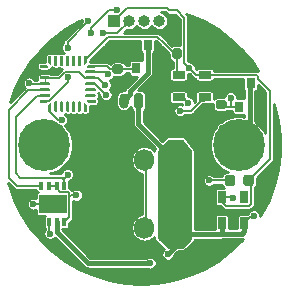
<source format=gtl>
%TF.GenerationSoftware,KiCad,Pcbnew,(5.1.8)-1*%
%TF.CreationDate,2020-11-23T23:28:54+01:00*%
%TF.ProjectId,KLinPump_PCB,4b4c696e-5075-46d7-905f-5043422e6b69,rev?*%
%TF.SameCoordinates,PX6a9eec0PY52f83c0*%
%TF.FileFunction,Copper,L1,Top*%
%TF.FilePolarity,Positive*%
%FSLAX46Y46*%
G04 Gerber Fmt 4.6, Leading zero omitted, Abs format (unit mm)*
G04 Created by KiCad (PCBNEW (5.1.8)-1) date 2020-11-23 23:28:54*
%MOMM*%
%LPD*%
G01*
G04 APERTURE LIST*
%TA.AperFunction,ComponentPad*%
%ADD10O,1.000000X1.000000*%
%TD*%
%TA.AperFunction,ComponentPad*%
%ADD11R,1.000000X1.000000*%
%TD*%
%TA.AperFunction,ComponentPad*%
%ADD12O,0.800000X1.300000*%
%TD*%
%TA.AperFunction,ComponentPad*%
%ADD13C,4.400000*%
%TD*%
%TA.AperFunction,ComponentPad*%
%ADD14O,1.700000X1.850000*%
%TD*%
%TA.AperFunction,SMDPad,CuDef*%
%ADD15R,0.800000X0.900000*%
%TD*%
%TA.AperFunction,SMDPad,CuDef*%
%ADD16R,0.350000X0.650000*%
%TD*%
%TA.AperFunction,SMDPad,CuDef*%
%ADD17R,2.400000X1.550000*%
%TD*%
%TA.AperFunction,SMDPad,CuDef*%
%ADD18R,1.060000X0.650000*%
%TD*%
%TA.AperFunction,SMDPad,CuDef*%
%ADD19R,0.650000X1.060000*%
%TD*%
%TA.AperFunction,SMDPad,CuDef*%
%ADD20C,0.100000*%
%TD*%
%TA.AperFunction,ViaPad*%
%ADD21C,0.600000*%
%TD*%
%TA.AperFunction,Conductor*%
%ADD22C,0.200000*%
%TD*%
%TA.AperFunction,Conductor*%
%ADD23C,0.090000*%
%TD*%
%TA.AperFunction,Conductor*%
%ADD24C,0.150000*%
%TD*%
%TA.AperFunction,Conductor*%
%ADD25C,0.400000*%
%TD*%
%TA.AperFunction,Conductor*%
%ADD26C,0.254000*%
%TD*%
%TA.AperFunction,Conductor*%
%ADD27C,0.100000*%
%TD*%
G04 APERTURE END LIST*
D10*
%TO.P,SWD1,5*%
%TO.N,GND*%
X15240000Y-2500000D03*
%TO.P,SWD1,4*%
%TO.N,SWDIO*%
X13970000Y-2500000D03*
%TO.P,SWD1,3*%
%TO.N,SWCLK*%
X12700000Y-2500000D03*
%TO.P,SWD1,2*%
%TO.N,RST*%
X11430000Y-2500000D03*
D11*
%TO.P,SWD1,1*%
%TO.N,+3V3*%
X10160000Y-2500000D03*
%TD*%
%TO.P,VALVE1,1*%
%TO.N,VCC*%
%TA.AperFunction,ComponentPad*%
G36*
G01*
X12600000Y-8800000D02*
X12600000Y-9700000D01*
G75*
G02*
X12400000Y-9900000I-200000J0D01*
G01*
X12000000Y-9900000D01*
G75*
G02*
X11800000Y-9700000I0J200000D01*
G01*
X11800000Y-8800000D01*
G75*
G02*
X12000000Y-8600000I200000J0D01*
G01*
X12400000Y-8600000D01*
G75*
G02*
X12600000Y-8800000I0J-200000D01*
G01*
G37*
%TD.AperFunction*%
D12*
%TO.P,VALVE1,2*%
%TO.N,/VALVE_GND*%
X10950000Y-9250000D03*
%TD*%
D13*
%TO.P,PGND,1*%
%TO.N,/PUMP_GND*%
X20700000Y-13000000D03*
%TD*%
%TO.P,Pump+,1*%
%TO.N,/P-*%
X4200000Y-13000000D03*
%TD*%
%TO.P,D3,1*%
%TO.N,Net-(D3-Pad1)*%
%TA.AperFunction,SMDPad,CuDef*%
G36*
G01*
X19512500Y-16256250D02*
X19512500Y-15743750D01*
G75*
G02*
X19731250Y-15525000I218750J0D01*
G01*
X20168750Y-15525000D01*
G75*
G02*
X20387500Y-15743750I0J-218750D01*
G01*
X20387500Y-16256250D01*
G75*
G02*
X20168750Y-16475000I-218750J0D01*
G01*
X19731250Y-16475000D01*
G75*
G02*
X19512500Y-16256250I0J218750D01*
G01*
G37*
%TD.AperFunction*%
%TO.P,D3,2*%
%TO.N,+3V3*%
%TA.AperFunction,SMDPad,CuDef*%
G36*
G01*
X21087500Y-16256250D02*
X21087500Y-15743750D01*
G75*
G02*
X21306250Y-15525000I218750J0D01*
G01*
X21743750Y-15525000D01*
G75*
G02*
X21962500Y-15743750I0J-218750D01*
G01*
X21962500Y-16256250D01*
G75*
G02*
X21743750Y-16475000I-218750J0D01*
G01*
X21306250Y-16475000D01*
G75*
G02*
X21087500Y-16256250I0J218750D01*
G01*
G37*
%TD.AperFunction*%
%TD*%
%TO.P,KLIN1,1*%
%TO.N,VCC*%
%TA.AperFunction,ComponentPad*%
G36*
G01*
X16050000Y-13575000D02*
X16050000Y-14925000D01*
G75*
G02*
X15800000Y-15175000I-250000J0D01*
G01*
X14600000Y-15175000D01*
G75*
G02*
X14350000Y-14925000I0J250000D01*
G01*
X14350000Y-13575000D01*
G75*
G02*
X14600000Y-13325000I250000J0D01*
G01*
X15800000Y-13325000D01*
G75*
G02*
X16050000Y-13575000I0J-250000D01*
G01*
G37*
%TD.AperFunction*%
D14*
%TO.P,KLIN1,2*%
%TO.N,LIN*%
X12700000Y-14250000D03*
%TO.P,KLIN1,3*%
%TO.N,GND*%
X10200000Y-14250000D03*
%TD*%
%TO.P,KLIN2,3*%
%TO.N,GND*%
X10200000Y-20000000D03*
%TO.P,KLIN2,2*%
%TO.N,LIN*%
X12700000Y-20000000D03*
%TO.P,KLIN2,1*%
%TO.N,VCC*%
%TA.AperFunction,ComponentPad*%
G36*
G01*
X16050000Y-19325000D02*
X16050000Y-20675000D01*
G75*
G02*
X15800000Y-20925000I-250000J0D01*
G01*
X14600000Y-20925000D01*
G75*
G02*
X14350000Y-20675000I0J250000D01*
G01*
X14350000Y-19325000D01*
G75*
G02*
X14600000Y-19075000I250000J0D01*
G01*
X15800000Y-19075000D01*
G75*
G02*
X16050000Y-19325000I0J-250000D01*
G01*
G37*
%TD.AperFunction*%
%TD*%
D15*
%TO.P,Q1,3*%
%TO.N,/PUMP_GND*%
X21700000Y-7750000D03*
%TO.P,Q1,2*%
%TO.N,GND*%
X22650000Y-9750000D03*
%TO.P,Q1,1*%
%TO.N,Pump*%
X20750000Y-9750000D03*
%TD*%
%TO.P,Q2,1*%
%TO.N,Valve*%
X12025001Y-6500000D03*
%TO.P,Q2,2*%
%TO.N,GND*%
X13925001Y-6500000D03*
%TO.P,Q2,3*%
%TO.N,/VALVE_GND*%
X12975001Y-4500000D03*
%TD*%
%TO.P,R1,1*%
%TO.N,Pump*%
%TA.AperFunction,SMDPad,CuDef*%
G36*
G01*
X19475000Y-9975000D02*
X18925000Y-9975000D01*
G75*
G02*
X18725000Y-9775000I0J200000D01*
G01*
X18725000Y-9375000D01*
G75*
G02*
X18925000Y-9175000I200000J0D01*
G01*
X19475000Y-9175000D01*
G75*
G02*
X19675000Y-9375000I0J-200000D01*
G01*
X19675000Y-9775000D01*
G75*
G02*
X19475000Y-9975000I-200000J0D01*
G01*
G37*
%TD.AperFunction*%
%TO.P,R1,2*%
%TO.N,GND*%
%TA.AperFunction,SMDPad,CuDef*%
G36*
G01*
X19475000Y-8325000D02*
X18925000Y-8325000D01*
G75*
G02*
X18725000Y-8125000I0J200000D01*
G01*
X18725000Y-7725000D01*
G75*
G02*
X18925000Y-7525000I200000J0D01*
G01*
X19475000Y-7525000D01*
G75*
G02*
X19675000Y-7725000I0J-200000D01*
G01*
X19675000Y-8125000D01*
G75*
G02*
X19475000Y-8325000I-200000J0D01*
G01*
G37*
%TD.AperFunction*%
%TD*%
%TO.P,R2,2*%
%TO.N,GND*%
%TA.AperFunction,SMDPad,CuDef*%
G36*
G01*
X10725000Y-5325000D02*
X10175000Y-5325000D01*
G75*
G02*
X9975000Y-5125000I0J200000D01*
G01*
X9975000Y-4725000D01*
G75*
G02*
X10175000Y-4525000I200000J0D01*
G01*
X10725000Y-4525000D01*
G75*
G02*
X10925000Y-4725000I0J-200000D01*
G01*
X10925000Y-5125000D01*
G75*
G02*
X10725000Y-5325000I-200000J0D01*
G01*
G37*
%TD.AperFunction*%
%TO.P,R2,1*%
%TO.N,Valve*%
%TA.AperFunction,SMDPad,CuDef*%
G36*
G01*
X10725000Y-6975000D02*
X10175000Y-6975000D01*
G75*
G02*
X9975000Y-6775000I0J200000D01*
G01*
X9975000Y-6375000D01*
G75*
G02*
X10175000Y-6175000I200000J0D01*
G01*
X10725000Y-6175000D01*
G75*
G02*
X10925000Y-6375000I0J-200000D01*
G01*
X10925000Y-6775000D01*
G75*
G02*
X10725000Y-6975000I-200000J0D01*
G01*
G37*
%TD.AperFunction*%
%TD*%
%TO.P,R4,1*%
%TO.N,Va*%
%TA.AperFunction,SMDPad,CuDef*%
G36*
G01*
X15050000Y-5525000D02*
X15050000Y-4975000D01*
G75*
G02*
X15250000Y-4775000I200000J0D01*
G01*
X15650000Y-4775000D01*
G75*
G02*
X15850000Y-4975000I0J-200000D01*
G01*
X15850000Y-5525000D01*
G75*
G02*
X15650000Y-5725000I-200000J0D01*
G01*
X15250000Y-5725000D01*
G75*
G02*
X15050000Y-5525000I0J200000D01*
G01*
G37*
%TD.AperFunction*%
%TO.P,R4,2*%
%TO.N,GND*%
%TA.AperFunction,SMDPad,CuDef*%
G36*
G01*
X16700000Y-5525000D02*
X16700000Y-4975000D01*
G75*
G02*
X16900000Y-4775000I200000J0D01*
G01*
X17300000Y-4775000D01*
G75*
G02*
X17500000Y-4975000I0J-200000D01*
G01*
X17500000Y-5525000D01*
G75*
G02*
X17300000Y-5725000I-200000J0D01*
G01*
X16900000Y-5725000D01*
G75*
G02*
X16700000Y-5525000I0J200000D01*
G01*
G37*
%TD.AperFunction*%
%TD*%
D16*
%TO.P,U1,1*%
%TO.N,LIN_RX*%
X5925000Y-16450000D03*
%TO.P,U1,2*%
%TO.N,+3V3*%
X5275000Y-16450000D03*
%TO.P,U1,3*%
X4625000Y-16450000D03*
%TO.P,U1,4*%
%TO.N,LIN_TX*%
X3975000Y-16450000D03*
%TO.P,U1,5*%
%TO.N,GND*%
X3975000Y-19550000D03*
%TO.P,U1,6*%
%TO.N,LIN*%
X4625000Y-19550000D03*
%TO.P,U1,7*%
%TO.N,VCC*%
X5275000Y-19550000D03*
%TO.P,U1,8*%
%TO.N,+3V3*%
X5925000Y-19550000D03*
D17*
%TO.P,U1,9*%
%TO.N,N/C*%
X4950000Y-18000000D03*
%TD*%
D18*
%TO.P,U3,1*%
%TO.N,Va*%
X15600000Y-7050000D03*
%TO.P,U3,2*%
%TO.N,GND*%
X15600000Y-8000000D03*
%TO.P,U3,3*%
%TO.N,VCC*%
X15600000Y-8950000D03*
%TO.P,U3,4*%
%TO.N,/P-*%
X17800000Y-8950000D03*
%TO.P,U3,5*%
%TO.N,+3V3*%
X17800000Y-7050000D03*
%TD*%
D19*
%TO.P,U4,5*%
%TO.N,+3V3*%
X19250000Y-17400000D03*
%TO.P,U4,4*%
%TO.N,Net-(U4-Pad4)*%
X21150000Y-17400000D03*
%TO.P,U4,3*%
%TO.N,VCC*%
X21150000Y-19600000D03*
%TO.P,U4,2*%
%TO.N,GND*%
X20200000Y-19600000D03*
%TO.P,U4,1*%
%TO.N,VCC*%
X19250000Y-19600000D03*
%TD*%
%TA.AperFunction,SMDPad,CuDef*%
D20*
%TO.P,U2,1*%
%TO.N,Net-(U2-Pad1)*%
G36*
X7989861Y-9436635D02*
G01*
X7981419Y-9434075D01*
X7973639Y-9429916D01*
X7966820Y-9424320D01*
X7833180Y-9290680D01*
X7827584Y-9283861D01*
X7823425Y-9276081D01*
X7820865Y-9267639D01*
X7820000Y-9258860D01*
X7820000Y-9232500D01*
X7820865Y-9223721D01*
X7823425Y-9215279D01*
X7827584Y-9207499D01*
X7833180Y-9200680D01*
X7839999Y-9195084D01*
X7847779Y-9190925D01*
X7856221Y-9188365D01*
X7865000Y-9187500D01*
X8530000Y-9187500D01*
X8538779Y-9188365D01*
X8547221Y-9190925D01*
X8555001Y-9195084D01*
X8561820Y-9200680D01*
X8567416Y-9207499D01*
X8571575Y-9215279D01*
X8574135Y-9223721D01*
X8575000Y-9232500D01*
X8575000Y-9392500D01*
X8574135Y-9401279D01*
X8571575Y-9409721D01*
X8567416Y-9417501D01*
X8561820Y-9424320D01*
X8555001Y-9429916D01*
X8547221Y-9434075D01*
X8538779Y-9436635D01*
X8530000Y-9437500D01*
X7998640Y-9437500D01*
X7989861Y-9436635D01*
G37*
%TD.AperFunction*%
%TO.P,U2,2*%
%TO.N,Net-(U2-Pad2)*%
%TA.AperFunction,SMDPad,CuDef*%
G36*
G01*
X8575000Y-8750000D02*
X8575000Y-8875000D01*
G75*
G02*
X8512500Y-8937500I-62500J0D01*
G01*
X7762500Y-8937500D01*
G75*
G02*
X7700000Y-8875000I0J62500D01*
G01*
X7700000Y-8750000D01*
G75*
G02*
X7762500Y-8687500I62500J0D01*
G01*
X8512500Y-8687500D01*
G75*
G02*
X8575000Y-8750000I0J-62500D01*
G01*
G37*
%TD.AperFunction*%
%TO.P,U2,3*%
%TO.N,Net-(U2-Pad3)*%
%TA.AperFunction,SMDPad,CuDef*%
G36*
G01*
X8575000Y-8250000D02*
X8575000Y-8375000D01*
G75*
G02*
X8512500Y-8437500I-62500J0D01*
G01*
X7762500Y-8437500D01*
G75*
G02*
X7700000Y-8375000I0J62500D01*
G01*
X7700000Y-8250000D01*
G75*
G02*
X7762500Y-8187500I62500J0D01*
G01*
X8512500Y-8187500D01*
G75*
G02*
X8575000Y-8250000I0J-62500D01*
G01*
G37*
%TD.AperFunction*%
%TO.P,U2,4*%
%TO.N,RST*%
%TA.AperFunction,SMDPad,CuDef*%
G36*
G01*
X8575000Y-7750000D02*
X8575000Y-7875000D01*
G75*
G02*
X8512500Y-7937500I-62500J0D01*
G01*
X7762500Y-7937500D01*
G75*
G02*
X7700000Y-7875000I0J62500D01*
G01*
X7700000Y-7750000D01*
G75*
G02*
X7762500Y-7687500I62500J0D01*
G01*
X8512500Y-7687500D01*
G75*
G02*
X8575000Y-7750000I0J-62500D01*
G01*
G37*
%TD.AperFunction*%
%TO.P,U2,5*%
%TO.N,+3V3*%
%TA.AperFunction,SMDPad,CuDef*%
G36*
G01*
X8575000Y-7250000D02*
X8575000Y-7375000D01*
G75*
G02*
X8512500Y-7437500I-62500J0D01*
G01*
X7762500Y-7437500D01*
G75*
G02*
X7700000Y-7375000I0J62500D01*
G01*
X7700000Y-7250000D01*
G75*
G02*
X7762500Y-7187500I62500J0D01*
G01*
X8512500Y-7187500D01*
G75*
G02*
X8575000Y-7250000I0J-62500D01*
G01*
G37*
%TD.AperFunction*%
%TO.P,U2,6*%
%TO.N,Pump*%
%TA.AperFunction,SMDPad,CuDef*%
G36*
G01*
X8575000Y-6750000D02*
X8575000Y-6875000D01*
G75*
G02*
X8512500Y-6937500I-62500J0D01*
G01*
X7762500Y-6937500D01*
G75*
G02*
X7700000Y-6875000I0J62500D01*
G01*
X7700000Y-6750000D01*
G75*
G02*
X7762500Y-6687500I62500J0D01*
G01*
X8512500Y-6687500D01*
G75*
G02*
X8575000Y-6750000I0J-62500D01*
G01*
G37*
%TD.AperFunction*%
%TA.AperFunction,SMDPad,CuDef*%
%TO.P,U2,7*%
%TO.N,Valve*%
G36*
X7856221Y-6436635D02*
G01*
X7847779Y-6434075D01*
X7839999Y-6429916D01*
X7833180Y-6424320D01*
X7827584Y-6417501D01*
X7823425Y-6409721D01*
X7820865Y-6401279D01*
X7820000Y-6392500D01*
X7820000Y-6366140D01*
X7820865Y-6357361D01*
X7823425Y-6348919D01*
X7827584Y-6341139D01*
X7833180Y-6334320D01*
X7966820Y-6200680D01*
X7973639Y-6195084D01*
X7981419Y-6190925D01*
X7989861Y-6188365D01*
X7998640Y-6187500D01*
X8530000Y-6187500D01*
X8538779Y-6188365D01*
X8547221Y-6190925D01*
X8555001Y-6195084D01*
X8561820Y-6200680D01*
X8567416Y-6207499D01*
X8571575Y-6215279D01*
X8574135Y-6223721D01*
X8575000Y-6232500D01*
X8575000Y-6392500D01*
X8574135Y-6401279D01*
X8571575Y-6409721D01*
X8567416Y-6417501D01*
X8561820Y-6424320D01*
X8555001Y-6429916D01*
X8547221Y-6434075D01*
X8538779Y-6436635D01*
X8530000Y-6437500D01*
X7865000Y-6437500D01*
X7856221Y-6436635D01*
G37*
%TD.AperFunction*%
%TA.AperFunction,SMDPad,CuDef*%
%TO.P,U2,8*%
%TO.N,Va*%
G36*
X7611221Y-6191635D02*
G01*
X7602779Y-6189075D01*
X7594999Y-6184916D01*
X7588180Y-6179320D01*
X7582584Y-6172501D01*
X7578425Y-6164721D01*
X7575865Y-6156279D01*
X7575000Y-6147500D01*
X7575000Y-5482500D01*
X7575865Y-5473721D01*
X7578425Y-5465279D01*
X7582584Y-5457499D01*
X7588180Y-5450680D01*
X7594999Y-5445084D01*
X7602779Y-5440925D01*
X7611221Y-5438365D01*
X7620000Y-5437500D01*
X7780000Y-5437500D01*
X7788779Y-5438365D01*
X7797221Y-5440925D01*
X7805001Y-5445084D01*
X7811820Y-5450680D01*
X7817416Y-5457499D01*
X7821575Y-5465279D01*
X7824135Y-5473721D01*
X7825000Y-5482500D01*
X7825000Y-6013860D01*
X7824135Y-6022639D01*
X7821575Y-6031081D01*
X7817416Y-6038861D01*
X7811820Y-6045680D01*
X7678180Y-6179320D01*
X7671361Y-6184916D01*
X7663581Y-6189075D01*
X7655139Y-6191635D01*
X7646360Y-6192500D01*
X7620000Y-6192500D01*
X7611221Y-6191635D01*
G37*
%TD.AperFunction*%
%TO.P,U2,9*%
%TO.N,Net-(U2-Pad9)*%
%TA.AperFunction,SMDPad,CuDef*%
G36*
G01*
X7325000Y-5500000D02*
X7325000Y-6250000D01*
G75*
G02*
X7262500Y-6312500I-62500J0D01*
G01*
X7137500Y-6312500D01*
G75*
G02*
X7075000Y-6250000I0J62500D01*
G01*
X7075000Y-5500000D01*
G75*
G02*
X7137500Y-5437500I62500J0D01*
G01*
X7262500Y-5437500D01*
G75*
G02*
X7325000Y-5500000I0J-62500D01*
G01*
G37*
%TD.AperFunction*%
%TO.P,U2,10*%
%TO.N,Net-(U2-Pad10)*%
%TA.AperFunction,SMDPad,CuDef*%
G36*
G01*
X6825000Y-5500000D02*
X6825000Y-6250000D01*
G75*
G02*
X6762500Y-6312500I-62500J0D01*
G01*
X6637500Y-6312500D01*
G75*
G02*
X6575000Y-6250000I0J62500D01*
G01*
X6575000Y-5500000D01*
G75*
G02*
X6637500Y-5437500I62500J0D01*
G01*
X6762500Y-5437500D01*
G75*
G02*
X6825000Y-5500000I0J-62500D01*
G01*
G37*
%TD.AperFunction*%
%TO.P,U2,11*%
%TO.N,Net-(U2-Pad11)*%
%TA.AperFunction,SMDPad,CuDef*%
G36*
G01*
X6325000Y-5500000D02*
X6325000Y-6250000D01*
G75*
G02*
X6262500Y-6312500I-62500J0D01*
G01*
X6137500Y-6312500D01*
G75*
G02*
X6075000Y-6250000I0J62500D01*
G01*
X6075000Y-5500000D01*
G75*
G02*
X6137500Y-5437500I62500J0D01*
G01*
X6262500Y-5437500D01*
G75*
G02*
X6325000Y-5500000I0J-62500D01*
G01*
G37*
%TD.AperFunction*%
%TO.P,U2,12*%
%TO.N,Net-(U2-Pad12)*%
%TA.AperFunction,SMDPad,CuDef*%
G36*
G01*
X5825000Y-5500000D02*
X5825000Y-6250000D01*
G75*
G02*
X5762500Y-6312500I-62500J0D01*
G01*
X5637500Y-6312500D01*
G75*
G02*
X5575000Y-6250000I0J62500D01*
G01*
X5575000Y-5500000D01*
G75*
G02*
X5637500Y-5437500I62500J0D01*
G01*
X5762500Y-5437500D01*
G75*
G02*
X5825000Y-5500000I0J-62500D01*
G01*
G37*
%TD.AperFunction*%
%TO.P,U2,13*%
%TO.N,Net-(U2-Pad13)*%
%TA.AperFunction,SMDPad,CuDef*%
G36*
G01*
X5325000Y-5500000D02*
X5325000Y-6250000D01*
G75*
G02*
X5262500Y-6312500I-62500J0D01*
G01*
X5137500Y-6312500D01*
G75*
G02*
X5075000Y-6250000I0J62500D01*
G01*
X5075000Y-5500000D01*
G75*
G02*
X5137500Y-5437500I62500J0D01*
G01*
X5262500Y-5437500D01*
G75*
G02*
X5325000Y-5500000I0J-62500D01*
G01*
G37*
%TD.AperFunction*%
%TA.AperFunction,SMDPad,CuDef*%
%TO.P,U2,14*%
%TO.N,Net-(U2-Pad14)*%
G36*
X4744861Y-6191635D02*
G01*
X4736419Y-6189075D01*
X4728639Y-6184916D01*
X4721820Y-6179320D01*
X4588180Y-6045680D01*
X4582584Y-6038861D01*
X4578425Y-6031081D01*
X4575865Y-6022639D01*
X4575000Y-6013860D01*
X4575000Y-5482500D01*
X4575865Y-5473721D01*
X4578425Y-5465279D01*
X4582584Y-5457499D01*
X4588180Y-5450680D01*
X4594999Y-5445084D01*
X4602779Y-5440925D01*
X4611221Y-5438365D01*
X4620000Y-5437500D01*
X4780000Y-5437500D01*
X4788779Y-5438365D01*
X4797221Y-5440925D01*
X4805001Y-5445084D01*
X4811820Y-5450680D01*
X4817416Y-5457499D01*
X4821575Y-5465279D01*
X4824135Y-5473721D01*
X4825000Y-5482500D01*
X4825000Y-6147500D01*
X4824135Y-6156279D01*
X4821575Y-6164721D01*
X4817416Y-6172501D01*
X4811820Y-6179320D01*
X4805001Y-6184916D01*
X4797221Y-6189075D01*
X4788779Y-6191635D01*
X4780000Y-6192500D01*
X4753640Y-6192500D01*
X4744861Y-6191635D01*
G37*
%TD.AperFunction*%
%TA.AperFunction,SMDPad,CuDef*%
%TO.P,U2,15*%
%TO.N,Net-(U2-Pad15)*%
G36*
X3861221Y-6436635D02*
G01*
X3852779Y-6434075D01*
X3844999Y-6429916D01*
X3838180Y-6424320D01*
X3832584Y-6417501D01*
X3828425Y-6409721D01*
X3825865Y-6401279D01*
X3825000Y-6392500D01*
X3825000Y-6232500D01*
X3825865Y-6223721D01*
X3828425Y-6215279D01*
X3832584Y-6207499D01*
X3838180Y-6200680D01*
X3844999Y-6195084D01*
X3852779Y-6190925D01*
X3861221Y-6188365D01*
X3870000Y-6187500D01*
X4401360Y-6187500D01*
X4410139Y-6188365D01*
X4418581Y-6190925D01*
X4426361Y-6195084D01*
X4433180Y-6200680D01*
X4566820Y-6334320D01*
X4572416Y-6341139D01*
X4576575Y-6348919D01*
X4579135Y-6357361D01*
X4580000Y-6366140D01*
X4580000Y-6392500D01*
X4579135Y-6401279D01*
X4576575Y-6409721D01*
X4572416Y-6417501D01*
X4566820Y-6424320D01*
X4560001Y-6429916D01*
X4552221Y-6434075D01*
X4543779Y-6436635D01*
X4535000Y-6437500D01*
X3870000Y-6437500D01*
X3861221Y-6436635D01*
G37*
%TD.AperFunction*%
%TO.P,U2,16*%
%TO.N,GND*%
%TA.AperFunction,SMDPad,CuDef*%
G36*
G01*
X4700000Y-6750000D02*
X4700000Y-6875000D01*
G75*
G02*
X4637500Y-6937500I-62500J0D01*
G01*
X3887500Y-6937500D01*
G75*
G02*
X3825000Y-6875000I0J62500D01*
G01*
X3825000Y-6750000D01*
G75*
G02*
X3887500Y-6687500I62500J0D01*
G01*
X4637500Y-6687500D01*
G75*
G02*
X4700000Y-6750000I0J-62500D01*
G01*
G37*
%TD.AperFunction*%
%TO.P,U2,17*%
%TO.N,+3V3*%
%TA.AperFunction,SMDPad,CuDef*%
G36*
G01*
X4700000Y-7250000D02*
X4700000Y-7375000D01*
G75*
G02*
X4637500Y-7437500I-62500J0D01*
G01*
X3887500Y-7437500D01*
G75*
G02*
X3825000Y-7375000I0J62500D01*
G01*
X3825000Y-7250000D01*
G75*
G02*
X3887500Y-7187500I62500J0D01*
G01*
X4637500Y-7187500D01*
G75*
G02*
X4700000Y-7250000I0J-62500D01*
G01*
G37*
%TD.AperFunction*%
%TO.P,U2,18*%
%TA.AperFunction,SMDPad,CuDef*%
G36*
G01*
X4700000Y-7750000D02*
X4700000Y-7875000D01*
G75*
G02*
X4637500Y-7937500I-62500J0D01*
G01*
X3887500Y-7937500D01*
G75*
G02*
X3825000Y-7875000I0J62500D01*
G01*
X3825000Y-7750000D01*
G75*
G02*
X3887500Y-7687500I62500J0D01*
G01*
X4637500Y-7687500D01*
G75*
G02*
X4700000Y-7750000I0J-62500D01*
G01*
G37*
%TD.AperFunction*%
%TO.P,U2,19*%
%TO.N,LIN_TX*%
%TA.AperFunction,SMDPad,CuDef*%
G36*
G01*
X4700000Y-8250000D02*
X4700000Y-8375000D01*
G75*
G02*
X4637500Y-8437500I-62500J0D01*
G01*
X3887500Y-8437500D01*
G75*
G02*
X3825000Y-8375000I0J62500D01*
G01*
X3825000Y-8250000D01*
G75*
G02*
X3887500Y-8187500I62500J0D01*
G01*
X4637500Y-8187500D01*
G75*
G02*
X4700000Y-8250000I0J-62500D01*
G01*
G37*
%TD.AperFunction*%
%TO.P,U2,20*%
%TO.N,LIN_RX*%
%TA.AperFunction,SMDPad,CuDef*%
G36*
G01*
X4700000Y-8750000D02*
X4700000Y-8875000D01*
G75*
G02*
X4637500Y-8937500I-62500J0D01*
G01*
X3887500Y-8937500D01*
G75*
G02*
X3825000Y-8875000I0J62500D01*
G01*
X3825000Y-8750000D01*
G75*
G02*
X3887500Y-8687500I62500J0D01*
G01*
X4637500Y-8687500D01*
G75*
G02*
X4700000Y-8750000I0J-62500D01*
G01*
G37*
%TD.AperFunction*%
%TA.AperFunction,SMDPad,CuDef*%
%TO.P,U2,21*%
%TO.N,SWDIO*%
G36*
X3861221Y-9436635D02*
G01*
X3852779Y-9434075D01*
X3844999Y-9429916D01*
X3838180Y-9424320D01*
X3832584Y-9417501D01*
X3828425Y-9409721D01*
X3825865Y-9401279D01*
X3825000Y-9392500D01*
X3825000Y-9232500D01*
X3825865Y-9223721D01*
X3828425Y-9215279D01*
X3832584Y-9207499D01*
X3838180Y-9200680D01*
X3844999Y-9195084D01*
X3852779Y-9190925D01*
X3861221Y-9188365D01*
X3870000Y-9187500D01*
X4535000Y-9187500D01*
X4543779Y-9188365D01*
X4552221Y-9190925D01*
X4560001Y-9195084D01*
X4566820Y-9200680D01*
X4572416Y-9207499D01*
X4576575Y-9215279D01*
X4579135Y-9223721D01*
X4580000Y-9232500D01*
X4580000Y-9258860D01*
X4579135Y-9267639D01*
X4576575Y-9276081D01*
X4572416Y-9283861D01*
X4566820Y-9290680D01*
X4433180Y-9424320D01*
X4426361Y-9429916D01*
X4418581Y-9434075D01*
X4410139Y-9436635D01*
X4401360Y-9437500D01*
X3870000Y-9437500D01*
X3861221Y-9436635D01*
G37*
%TD.AperFunction*%
%TA.AperFunction,SMDPad,CuDef*%
%TO.P,U2,22*%
%TO.N,SWCLK*%
G36*
X4611221Y-10186635D02*
G01*
X4602779Y-10184075D01*
X4594999Y-10179916D01*
X4588180Y-10174320D01*
X4582584Y-10167501D01*
X4578425Y-10159721D01*
X4575865Y-10151279D01*
X4575000Y-10142500D01*
X4575000Y-9611140D01*
X4575865Y-9602361D01*
X4578425Y-9593919D01*
X4582584Y-9586139D01*
X4588180Y-9579320D01*
X4721820Y-9445680D01*
X4728639Y-9440084D01*
X4736419Y-9435925D01*
X4744861Y-9433365D01*
X4753640Y-9432500D01*
X4780000Y-9432500D01*
X4788779Y-9433365D01*
X4797221Y-9435925D01*
X4805001Y-9440084D01*
X4811820Y-9445680D01*
X4817416Y-9452499D01*
X4821575Y-9460279D01*
X4824135Y-9468721D01*
X4825000Y-9477500D01*
X4825000Y-10142500D01*
X4824135Y-10151279D01*
X4821575Y-10159721D01*
X4817416Y-10167501D01*
X4811820Y-10174320D01*
X4805001Y-10179916D01*
X4797221Y-10184075D01*
X4788779Y-10186635D01*
X4780000Y-10187500D01*
X4620000Y-10187500D01*
X4611221Y-10186635D01*
G37*
%TD.AperFunction*%
%TO.P,U2,23*%
%TO.N,Net-(U2-Pad23)*%
%TA.AperFunction,SMDPad,CuDef*%
G36*
G01*
X5325000Y-9375000D02*
X5325000Y-10125000D01*
G75*
G02*
X5262500Y-10187500I-62500J0D01*
G01*
X5137500Y-10187500D01*
G75*
G02*
X5075000Y-10125000I0J62500D01*
G01*
X5075000Y-9375000D01*
G75*
G02*
X5137500Y-9312500I62500J0D01*
G01*
X5262500Y-9312500D01*
G75*
G02*
X5325000Y-9375000I0J-62500D01*
G01*
G37*
%TD.AperFunction*%
%TO.P,U2,24*%
%TO.N,Net-(U2-Pad24)*%
%TA.AperFunction,SMDPad,CuDef*%
G36*
G01*
X5825000Y-9375000D02*
X5825000Y-10125000D01*
G75*
G02*
X5762500Y-10187500I-62500J0D01*
G01*
X5637500Y-10187500D01*
G75*
G02*
X5575000Y-10125000I0J62500D01*
G01*
X5575000Y-9375000D01*
G75*
G02*
X5637500Y-9312500I62500J0D01*
G01*
X5762500Y-9312500D01*
G75*
G02*
X5825000Y-9375000I0J-62500D01*
G01*
G37*
%TD.AperFunction*%
%TO.P,U2,25*%
%TO.N,Net-(U2-Pad25)*%
%TA.AperFunction,SMDPad,CuDef*%
G36*
G01*
X6325000Y-9375000D02*
X6325000Y-10125000D01*
G75*
G02*
X6262500Y-10187500I-62500J0D01*
G01*
X6137500Y-10187500D01*
G75*
G02*
X6075000Y-10125000I0J62500D01*
G01*
X6075000Y-9375000D01*
G75*
G02*
X6137500Y-9312500I62500J0D01*
G01*
X6262500Y-9312500D01*
G75*
G02*
X6325000Y-9375000I0J-62500D01*
G01*
G37*
%TD.AperFunction*%
%TO.P,U2,26*%
%TO.N,Net-(U2-Pad26)*%
%TA.AperFunction,SMDPad,CuDef*%
G36*
G01*
X6825000Y-9375000D02*
X6825000Y-10125000D01*
G75*
G02*
X6762500Y-10187500I-62500J0D01*
G01*
X6637500Y-10187500D01*
G75*
G02*
X6575000Y-10125000I0J62500D01*
G01*
X6575000Y-9375000D01*
G75*
G02*
X6637500Y-9312500I62500J0D01*
G01*
X6762500Y-9312500D01*
G75*
G02*
X6825000Y-9375000I0J-62500D01*
G01*
G37*
%TD.AperFunction*%
%TO.P,U2,27*%
%TO.N,Net-(U2-Pad27)*%
%TA.AperFunction,SMDPad,CuDef*%
G36*
G01*
X7325000Y-9375000D02*
X7325000Y-10125000D01*
G75*
G02*
X7262500Y-10187500I-62500J0D01*
G01*
X7137500Y-10187500D01*
G75*
G02*
X7075000Y-10125000I0J62500D01*
G01*
X7075000Y-9375000D01*
G75*
G02*
X7137500Y-9312500I62500J0D01*
G01*
X7262500Y-9312500D01*
G75*
G02*
X7325000Y-9375000I0J-62500D01*
G01*
G37*
%TD.AperFunction*%
%TA.AperFunction,SMDPad,CuDef*%
%TO.P,U2,28*%
%TO.N,Net-(U2-Pad28)*%
G36*
X7611221Y-10186635D02*
G01*
X7602779Y-10184075D01*
X7594999Y-10179916D01*
X7588180Y-10174320D01*
X7582584Y-10167501D01*
X7578425Y-10159721D01*
X7575865Y-10151279D01*
X7575000Y-10142500D01*
X7575000Y-9477500D01*
X7575865Y-9468721D01*
X7578425Y-9460279D01*
X7582584Y-9452499D01*
X7588180Y-9445680D01*
X7594999Y-9440084D01*
X7602779Y-9435925D01*
X7611221Y-9433365D01*
X7620000Y-9432500D01*
X7646360Y-9432500D01*
X7655139Y-9433365D01*
X7663581Y-9435925D01*
X7671361Y-9440084D01*
X7678180Y-9445680D01*
X7811820Y-9579320D01*
X7817416Y-9586139D01*
X7821575Y-9593919D01*
X7824135Y-9602361D01*
X7825000Y-9611140D01*
X7825000Y-10142500D01*
X7824135Y-10151279D01*
X7821575Y-10159721D01*
X7817416Y-10167501D01*
X7811820Y-10174320D01*
X7805001Y-10179916D01*
X7797221Y-10184075D01*
X7788779Y-10186635D01*
X7780000Y-10187500D01*
X7620000Y-10187500D01*
X7611221Y-10186635D01*
G37*
%TD.AperFunction*%
%TD*%
D21*
%TO.N,*%
X3300000Y-18000000D03*
%TO.N,+3V3*%
X2950000Y-7750000D03*
X20200000Y-17500030D03*
X6950000Y-17250000D03*
X16485000Y-6465000D03*
X9400000Y-7900000D03*
%TO.N,GND*%
X22200000Y-9000000D03*
X20200000Y-7750000D03*
X4950000Y-6750000D03*
X22950000Y-16250000D03*
X9200000Y-5250000D03*
X17200000Y-4500000D03*
%TO.N,Net-(D3-Pad1)*%
X18200000Y-16000000D03*
%TO.N,RST*%
X9450000Y-8750000D03*
X9166939Y-3541920D03*
%TO.N,SWCLK*%
X8200000Y-3500000D03*
X5694815Y-10884903D03*
X10369504Y-1597530D03*
%TO.N,SWDIO*%
X6200000Y-7250000D03*
X6200000Y-4750000D03*
X7950000Y-2500000D03*
%TO.N,LIN*%
X4700000Y-20500000D03*
%TO.N,Pump*%
X20000000Y-9000000D03*
X9588433Y-7028093D03*
%TO.N,LIN_RX*%
X6200000Y-15500000D03*
%TO.N,VCC*%
X14700000Y-22250000D03*
X13200000Y-23000000D03*
X21950000Y-18990000D03*
X16400000Y-9400000D03*
%TO.N,/P-*%
X15700000Y-10100000D03*
%TD*%
D22*
%TO.N,*%
X4950000Y-18000000D02*
X3450000Y-18000000D01*
X3300000Y-18000000D02*
X3450000Y-18000000D01*
%TO.N,+3V3*%
X22192002Y-7050000D02*
X17800000Y-7050000D01*
X22290001Y-7147999D02*
X22192002Y-7050000D01*
X22290001Y-7376768D02*
X22290001Y-7147999D01*
X23301735Y-8388502D02*
X22290001Y-7376768D01*
X23301735Y-14223265D02*
X23301735Y-8388502D01*
X21525000Y-16000000D02*
X23301735Y-14223265D01*
X4625000Y-16450000D02*
X5275000Y-16450000D01*
X5275000Y-16642002D02*
X5275000Y-16450000D01*
X5597999Y-16965001D02*
X5275000Y-16642002D01*
X6232003Y-16965001D02*
X5597999Y-16965001D01*
X6340001Y-17072999D02*
X6232003Y-16965001D01*
X5925000Y-19550000D02*
X6340001Y-19134999D01*
X3012500Y-7812500D02*
X2950000Y-7750000D01*
X4262500Y-7812500D02*
X3012500Y-7812500D01*
X19250000Y-17400000D02*
X20099970Y-17400000D01*
X20099970Y-17400000D02*
X20200000Y-17500030D01*
X21700000Y-16175000D02*
X21525000Y-16000000D01*
X21700000Y-18000000D02*
X21700000Y-16175000D01*
X21550000Y-18150000D02*
X21700000Y-18000000D01*
X19600000Y-18150000D02*
X21550000Y-18150000D01*
X19250000Y-17800000D02*
X19600000Y-18150000D01*
X19250000Y-17400000D02*
X19250000Y-17800000D01*
D23*
X4262500Y-7312500D02*
X4262500Y-7812500D01*
D22*
X17800000Y-7050000D02*
X17070000Y-7050000D01*
D24*
X6450000Y-17250000D02*
X6340001Y-17359999D01*
X6950000Y-17250000D02*
X6450000Y-17250000D01*
D22*
X6340001Y-17359999D02*
X6340001Y-17072999D01*
X6340001Y-19134999D02*
X6340001Y-17359999D01*
X17070000Y-7050000D02*
X16485000Y-6465000D01*
D24*
X7700000Y-7312500D02*
X8137500Y-7312500D01*
X7172499Y-6784999D02*
X7700000Y-7312500D01*
X5976799Y-6784999D02*
X7172499Y-6784999D01*
X5449298Y-7312500D02*
X5976799Y-6784999D01*
X4262500Y-7312500D02*
X5449298Y-7312500D01*
D22*
X8812500Y-7312500D02*
X8137500Y-7312500D01*
X9400000Y-7900000D02*
X8812500Y-7312500D01*
D24*
X11251537Y-1408463D02*
X10160000Y-2500000D01*
X11491537Y-1408463D02*
X11251537Y-1408463D01*
D22*
X14608463Y-1408463D02*
X11491537Y-1408463D01*
X14800000Y-1600000D02*
X14608463Y-1408463D01*
X15430601Y-1600000D02*
X14800000Y-1600000D01*
X16040010Y-2209409D02*
X15430601Y-1600000D01*
X16040010Y-6020010D02*
X16040010Y-2209409D01*
X16485000Y-6465000D02*
X16040010Y-6020010D01*
%TO.N,GND*%
X22650000Y-9450000D02*
X22200000Y-9000000D01*
X22650000Y-9750000D02*
X22650000Y-9450000D01*
X20025000Y-7925000D02*
X20200000Y-7750000D01*
X19200000Y-7925000D02*
X20025000Y-7925000D01*
X4325000Y-6750000D02*
X4262500Y-6812500D01*
X4950000Y-6750000D02*
X4325000Y-6750000D01*
X9525000Y-4925000D02*
X9200000Y-5250000D01*
X10450000Y-4925000D02*
X9525000Y-4925000D01*
X17100000Y-4600000D02*
X17200000Y-4500000D01*
X17100000Y-5250000D02*
X17100000Y-4600000D01*
%TO.N,Net-(D3-Pad1)*%
X18200000Y-16000000D02*
X19950000Y-16000000D01*
%TO.N,RST*%
X8137500Y-7812500D02*
X8512500Y-7812500D01*
X8512500Y-7812500D02*
X9450000Y-8750000D01*
X10408080Y-3541920D02*
X9591203Y-3541920D01*
X11450000Y-2500000D02*
X10408080Y-3541920D01*
X9591203Y-3541920D02*
X9166939Y-3541920D01*
%TO.N,SWCLK*%
X5397403Y-10884903D02*
X5694815Y-10884903D01*
X4700000Y-10187500D02*
X5397403Y-10884903D01*
X4700000Y-9810000D02*
X4700000Y-10187500D01*
X8200000Y-3075736D02*
X9678206Y-1597530D01*
X8200000Y-3500000D02*
X8200000Y-3075736D01*
X9678206Y-1597530D02*
X10369504Y-1597530D01*
%TO.N,SWDIO*%
X4627114Y-9242490D02*
X6200000Y-7669604D01*
X7950000Y-2500000D02*
X6200000Y-4250000D01*
X6200000Y-7669604D02*
X6200000Y-7250000D01*
X6200000Y-4250000D02*
X6200000Y-4750000D01*
X4202500Y-9312500D02*
X4272510Y-9242490D01*
X4272510Y-9242490D02*
X4627114Y-9242490D01*
%TO.N,LIN*%
X4625000Y-20425000D02*
X4700000Y-20500000D01*
X4625000Y-19550000D02*
X4625000Y-20425000D01*
X12849991Y-14399991D02*
X12700000Y-14250000D01*
X12849991Y-19850009D02*
X12849991Y-14399991D01*
X12700000Y-20000000D02*
X12849991Y-19850009D01*
%TO.N,Pump*%
X19375000Y-9750000D02*
X19200000Y-9575000D01*
X20050000Y-9750000D02*
X19375000Y-9750000D01*
X20750000Y-9750000D02*
X20050000Y-9750000D01*
D24*
X20050000Y-9050000D02*
X20000000Y-9000000D01*
X20050000Y-9750000D02*
X20050000Y-9050000D01*
X9372840Y-6812500D02*
X8137500Y-6812500D01*
X9588433Y-7028093D02*
X9372840Y-6812500D01*
D22*
%TO.N,Valve*%
X8575000Y-6312500D02*
X8197500Y-6312500D01*
X9512499Y-6312499D02*
X8575000Y-6312500D01*
X9775000Y-6575000D02*
X9512499Y-6312499D01*
X10450000Y-6575000D02*
X9775000Y-6575000D01*
X11950001Y-6575000D02*
X12025001Y-6500000D01*
X10450000Y-6575000D02*
X11950001Y-6575000D01*
%TO.N,Va*%
X15450000Y-6900000D02*
X15600000Y-7050000D01*
X15450000Y-5500000D02*
X15450000Y-6900000D01*
D24*
X9130001Y-4384999D02*
X7700000Y-5815000D01*
X15450000Y-5500000D02*
X14334999Y-4384999D01*
D22*
X13809999Y-3859999D02*
X14334999Y-4384999D01*
X9655001Y-3859999D02*
X13809999Y-3859999D01*
X9130001Y-4384999D02*
X9655001Y-3859999D01*
%TO.N,LIN_RX*%
X5925000Y-15975000D02*
X5925000Y-16450000D01*
X2200000Y-15750000D02*
X5700000Y-15750000D01*
X1809999Y-15359999D02*
X2200000Y-15750000D01*
X1809999Y-10640001D02*
X1809999Y-15359999D01*
X5700000Y-15750000D02*
X5925000Y-15975000D01*
X3637500Y-8812500D02*
X1809999Y-10640001D01*
X4262500Y-8812500D02*
X3637500Y-8812500D01*
D24*
X5950000Y-15750000D02*
X6200000Y-15500000D01*
X5700000Y-15750000D02*
X5950000Y-15750000D01*
D22*
%TO.N,LIN_TX*%
X2887500Y-8312500D02*
X4262500Y-8312500D01*
X1200000Y-10000000D02*
X2887500Y-8312500D01*
X1200000Y-15750000D02*
X1200000Y-10000000D01*
X1900000Y-16450000D02*
X1200000Y-15750000D01*
X3975000Y-16450000D02*
X1900000Y-16450000D01*
D25*
%TO.N,/PUMP_GND*%
X19200000Y-11500000D02*
X20700000Y-13000000D01*
X21609999Y-12090001D02*
X20700000Y-13000000D01*
X21609999Y-7840001D02*
X21609999Y-12090001D01*
X21700000Y-7750000D02*
X21609999Y-7840001D01*
%TO.N,VCC*%
X19250000Y-20550000D02*
X19250000Y-19600000D01*
X15750000Y-20550000D02*
X15200000Y-20000000D01*
X19250000Y-20550000D02*
X15750000Y-20550000D01*
X15200000Y-21750000D02*
X14700000Y-22250000D01*
X15200000Y-20000000D02*
X15200000Y-21750000D01*
X13200000Y-23000000D02*
X7950000Y-23000000D01*
X5275000Y-20325000D02*
X5275000Y-19550000D01*
X7950000Y-23000000D02*
X5275000Y-20325000D01*
D22*
X21760000Y-18990000D02*
X21150000Y-19600000D01*
X21950000Y-18990000D02*
X21760000Y-18990000D01*
D25*
X19300000Y-20500000D02*
X19250000Y-20550000D01*
X20950000Y-20500000D02*
X19300000Y-20500000D01*
X21150000Y-20300000D02*
X20950000Y-20500000D01*
X21150000Y-19600000D02*
X21150000Y-20300000D01*
X12200000Y-11250000D02*
X15200000Y-14250000D01*
X12200000Y-9250000D02*
X12200000Y-11250000D01*
D24*
X15950000Y-8950000D02*
X16400000Y-9400000D01*
X15600000Y-8950000D02*
X15950000Y-8950000D01*
D25*
%TO.N,/VALVE_GND*%
X12975001Y-6922002D02*
X12975001Y-4500000D01*
X11509990Y-8387013D02*
X12975001Y-6922002D01*
X11509990Y-8690010D02*
X11509990Y-8387013D01*
X10950000Y-9250000D02*
X11509990Y-8690010D01*
%TO.N,/P-*%
X4950000Y-13000000D02*
X4200000Y-13000000D01*
X17662500Y-9087500D02*
X17800000Y-8950000D01*
D24*
X16650000Y-10100000D02*
X17800000Y-8950000D01*
X15700000Y-10100000D02*
X16650000Y-10100000D01*
%TD*%
D26*
%TO.N,GND*%
X11369773Y-6950000D02*
X11374677Y-6999793D01*
X11389201Y-7047672D01*
X11412787Y-7091797D01*
X11444528Y-7130473D01*
X11483204Y-7162214D01*
X11527329Y-7185800D01*
X11575208Y-7200324D01*
X11625001Y-7205228D01*
X12049722Y-7205228D01*
X11204728Y-8050223D01*
X11187412Y-8064434D01*
X11130678Y-8133564D01*
X11121638Y-8150477D01*
X11088520Y-8212435D01*
X11073645Y-8261471D01*
X11062560Y-8298014D01*
X11057106Y-8353385D01*
X10950000Y-8342836D01*
X10821795Y-8355463D01*
X10698515Y-8392860D01*
X10584900Y-8453588D01*
X10485316Y-8535315D01*
X10403588Y-8634899D01*
X10342860Y-8748514D01*
X10305463Y-8871794D01*
X10296000Y-8967875D01*
X10296000Y-9532124D01*
X10305463Y-9628205D01*
X10342860Y-9751485D01*
X10403588Y-9865100D01*
X10485315Y-9964685D01*
X10584899Y-10046412D01*
X10698514Y-10107140D01*
X10821794Y-10144537D01*
X10950000Y-10157164D01*
X11078205Y-10144537D01*
X11201485Y-10107140D01*
X11315100Y-10046412D01*
X11414685Y-9964685D01*
X11496412Y-9865101D01*
X11550978Y-9763014D01*
X11553519Y-9788811D01*
X11579424Y-9874208D01*
X11621492Y-9952911D01*
X11678105Y-10021895D01*
X11746000Y-10077615D01*
X11746001Y-11227702D01*
X11743805Y-11250000D01*
X11752570Y-11338999D01*
X11778530Y-11424578D01*
X11778531Y-11424579D01*
X11820688Y-11503449D01*
X11877422Y-11572579D01*
X11894738Y-11586790D01*
X13601248Y-13293301D01*
X13588807Y-13308885D01*
X13565335Y-13352798D01*
X13550881Y-13400447D01*
X13546000Y-13450000D01*
X13546000Y-13465609D01*
X13484423Y-13390577D01*
X13316317Y-13252617D01*
X13124526Y-13150103D01*
X12916422Y-13086975D01*
X12700000Y-13065659D01*
X12483579Y-13086975D01*
X12275475Y-13150103D01*
X12083684Y-13252617D01*
X11915577Y-13390577D01*
X11777617Y-13558683D01*
X11675103Y-13750474D01*
X11611975Y-13958578D01*
X11596000Y-14120773D01*
X11596000Y-14379226D01*
X11611975Y-14541421D01*
X11675103Y-14749525D01*
X11777617Y-14941317D01*
X11915577Y-15109423D01*
X12083683Y-15247383D01*
X12275474Y-15349897D01*
X12483578Y-15413025D01*
X12495992Y-15414248D01*
X12495991Y-18835752D01*
X12483579Y-18836975D01*
X12275475Y-18900103D01*
X12083684Y-19002617D01*
X11915577Y-19140577D01*
X11777617Y-19308683D01*
X11675103Y-19500474D01*
X11611975Y-19708578D01*
X11596000Y-19870773D01*
X11596000Y-20129226D01*
X11611975Y-20291421D01*
X11675103Y-20499525D01*
X11777617Y-20691317D01*
X11915577Y-20859423D01*
X12083683Y-20997383D01*
X12275474Y-21099897D01*
X12483578Y-21163025D01*
X12700000Y-21184341D01*
X12916421Y-21163025D01*
X13124525Y-21099897D01*
X13316317Y-20997383D01*
X13484423Y-20859423D01*
X13546000Y-20784391D01*
X13546000Y-20950000D01*
X13554220Y-21014096D01*
X13571447Y-21060814D01*
X13597458Y-21103273D01*
X13631252Y-21139842D01*
X14374946Y-21800903D01*
X14346845Y-21819680D01*
X14269680Y-21896845D01*
X14209051Y-21987582D01*
X14167289Y-22088404D01*
X14146000Y-22195436D01*
X14146000Y-22304564D01*
X14167289Y-22411596D01*
X14209051Y-22512418D01*
X14269680Y-22603155D01*
X14346845Y-22680320D01*
X14437582Y-22740949D01*
X14538404Y-22782711D01*
X14645436Y-22804000D01*
X14754564Y-22804000D01*
X14861596Y-22782711D01*
X14962418Y-22740949D01*
X15053155Y-22680320D01*
X15130320Y-22603155D01*
X15190949Y-22512418D01*
X15232711Y-22411596D01*
X15245685Y-22346367D01*
X15505263Y-22086790D01*
X15522579Y-22072579D01*
X15578861Y-22004000D01*
X15950000Y-22004000D01*
X15999553Y-21999119D01*
X16047202Y-21984665D01*
X16091115Y-21961193D01*
X16129605Y-21929605D01*
X16879605Y-21179605D01*
X16911193Y-21141115D01*
X16934665Y-21097202D01*
X16949119Y-21049553D01*
X16953606Y-21004000D01*
X19227705Y-21004000D01*
X19250000Y-21006196D01*
X19272295Y-21004000D01*
X19338999Y-20997430D01*
X19424579Y-20971470D01*
X19457263Y-20954000D01*
X20927712Y-20954000D01*
X20950000Y-20956195D01*
X20972288Y-20954000D01*
X20972295Y-20954000D01*
X21038999Y-20947430D01*
X21072349Y-20937313D01*
X20979874Y-21047521D01*
X19987938Y-21983365D01*
X18894064Y-22797724D01*
X17713046Y-23479585D01*
X16460853Y-24019728D01*
X15154421Y-24410849D01*
X13811416Y-24647657D01*
X12450000Y-24726950D01*
X11088584Y-24647657D01*
X9745579Y-24410849D01*
X8439147Y-24019728D01*
X7186954Y-23479585D01*
X6005936Y-22797724D01*
X4912062Y-21983365D01*
X3920126Y-21047521D01*
X3043541Y-20002849D01*
X2294163Y-18863475D01*
X1682126Y-17644808D01*
X1215705Y-16363327D01*
X1185577Y-16236208D01*
X1637397Y-16688029D01*
X1648474Y-16701526D01*
X1661971Y-16712603D01*
X1661974Y-16712606D01*
X1679484Y-16726976D01*
X1702377Y-16745764D01*
X1763875Y-16778635D01*
X1830604Y-16798877D01*
X1882618Y-16804000D01*
X1882627Y-16804000D01*
X1899999Y-16805711D01*
X1917371Y-16804000D01*
X3547628Y-16804000D01*
X3549676Y-16824793D01*
X3564200Y-16872672D01*
X3587786Y-16916797D01*
X3619527Y-16955473D01*
X3658203Y-16987214D01*
X3658446Y-16987344D01*
X3652328Y-16989200D01*
X3608203Y-17012786D01*
X3569527Y-17044527D01*
X3537786Y-17083203D01*
X3514200Y-17127328D01*
X3499676Y-17175207D01*
X3494772Y-17225000D01*
X3494772Y-17481031D01*
X3461596Y-17467289D01*
X3354564Y-17446000D01*
X3245436Y-17446000D01*
X3138404Y-17467289D01*
X3037582Y-17509051D01*
X2946845Y-17569680D01*
X2869680Y-17646845D01*
X2809051Y-17737582D01*
X2767289Y-17838404D01*
X2746000Y-17945436D01*
X2746000Y-18054564D01*
X2767289Y-18161596D01*
X2809051Y-18262418D01*
X2869680Y-18353155D01*
X2946845Y-18430320D01*
X3037582Y-18490949D01*
X3138404Y-18532711D01*
X3245436Y-18554000D01*
X3354564Y-18554000D01*
X3461596Y-18532711D01*
X3494772Y-18518969D01*
X3494772Y-18775000D01*
X3499676Y-18824793D01*
X3514200Y-18872672D01*
X3537786Y-18916797D01*
X3569527Y-18955473D01*
X3608203Y-18987214D01*
X3652328Y-19010800D01*
X3700207Y-19025324D01*
X3750000Y-19030228D01*
X4286950Y-19030228D01*
X4269527Y-19044527D01*
X4237786Y-19083203D01*
X4214200Y-19127328D01*
X4199676Y-19175207D01*
X4194772Y-19225000D01*
X4194772Y-19875000D01*
X4199676Y-19924793D01*
X4214200Y-19972672D01*
X4237786Y-20016797D01*
X4269527Y-20055473D01*
X4271001Y-20056682D01*
X4271001Y-20145524D01*
X4269680Y-20146845D01*
X4209051Y-20237582D01*
X4167289Y-20338404D01*
X4146000Y-20445436D01*
X4146000Y-20554564D01*
X4167289Y-20661596D01*
X4209051Y-20762418D01*
X4269680Y-20853155D01*
X4346845Y-20930320D01*
X4437582Y-20990949D01*
X4538404Y-21032711D01*
X4645436Y-21054000D01*
X4754564Y-21054000D01*
X4861596Y-21032711D01*
X4962418Y-20990949D01*
X5053155Y-20930320D01*
X5130320Y-20853155D01*
X5142650Y-20834702D01*
X7613210Y-23305263D01*
X7627421Y-23322579D01*
X7696551Y-23379313D01*
X7775421Y-23421470D01*
X7861000Y-23447430D01*
X7870301Y-23448346D01*
X7927705Y-23454000D01*
X7927711Y-23454000D01*
X7949999Y-23456195D01*
X7972287Y-23454000D01*
X12882284Y-23454000D01*
X12937582Y-23490949D01*
X13038404Y-23532711D01*
X13145436Y-23554000D01*
X13254564Y-23554000D01*
X13361596Y-23532711D01*
X13462418Y-23490949D01*
X13553155Y-23430320D01*
X13630320Y-23353155D01*
X13690949Y-23262418D01*
X13732711Y-23161596D01*
X13754000Y-23054564D01*
X13754000Y-22945436D01*
X13732711Y-22838404D01*
X13690949Y-22737582D01*
X13630320Y-22646845D01*
X13553155Y-22569680D01*
X13462418Y-22509051D01*
X13361596Y-22467289D01*
X13254564Y-22446000D01*
X13145436Y-22446000D01*
X13038404Y-22467289D01*
X12937582Y-22509051D01*
X12882284Y-22546000D01*
X8138053Y-22546000D01*
X5729000Y-20136948D01*
X5729000Y-20128160D01*
X5750000Y-20130228D01*
X6100000Y-20130228D01*
X6149793Y-20125324D01*
X6197672Y-20110800D01*
X6241797Y-20087214D01*
X6280473Y-20055473D01*
X6312214Y-20016797D01*
X6335800Y-19972672D01*
X6350324Y-19924793D01*
X6355228Y-19875000D01*
X6355228Y-19620402D01*
X6578029Y-19397602D01*
X6591526Y-19386525D01*
X6602604Y-19373027D01*
X6602607Y-19373024D01*
X6624333Y-19346551D01*
X6635765Y-19332622D01*
X6668636Y-19271124D01*
X6688878Y-19204395D01*
X6694001Y-19152381D01*
X6694001Y-19152374D01*
X6695712Y-19135000D01*
X6694001Y-19117625D01*
X6694001Y-17743608D01*
X6788404Y-17782711D01*
X6895436Y-17804000D01*
X7004564Y-17804000D01*
X7111596Y-17782711D01*
X7212418Y-17740949D01*
X7303155Y-17680320D01*
X7380320Y-17603155D01*
X7440949Y-17512418D01*
X7482711Y-17411596D01*
X7504000Y-17304564D01*
X7504000Y-17195436D01*
X7482711Y-17088404D01*
X7440949Y-16987582D01*
X7380320Y-16896845D01*
X7303155Y-16819680D01*
X7212418Y-16759051D01*
X7111596Y-16717289D01*
X7004564Y-16696000D01*
X6895436Y-16696000D01*
X6788404Y-16717289D01*
X6687582Y-16759051D01*
X6596845Y-16819680D01*
X6593116Y-16823409D01*
X6591527Y-16821473D01*
X6578024Y-16810391D01*
X6494614Y-16726982D01*
X6483529Y-16713475D01*
X6429626Y-16669237D01*
X6368128Y-16636366D01*
X6355228Y-16632453D01*
X6355228Y-16125000D01*
X6350324Y-16075207D01*
X6338808Y-16037244D01*
X6361596Y-16032711D01*
X6462418Y-15990949D01*
X6553155Y-15930320D01*
X6630320Y-15853155D01*
X6690949Y-15762418D01*
X6732711Y-15661596D01*
X6754000Y-15554564D01*
X6754000Y-15445436D01*
X6732711Y-15338404D01*
X6690949Y-15237582D01*
X6630320Y-15146845D01*
X6553155Y-15069680D01*
X6462418Y-15009051D01*
X6361596Y-14967289D01*
X6254564Y-14946000D01*
X6145436Y-14946000D01*
X6038404Y-14967289D01*
X5937582Y-15009051D01*
X5846845Y-15069680D01*
X5769680Y-15146845D01*
X5709051Y-15237582D01*
X5667289Y-15338404D01*
X5655833Y-15396000D01*
X4733283Y-15396000D01*
X4915805Y-15359694D01*
X5362405Y-15174707D01*
X5764334Y-14906146D01*
X6106146Y-14564334D01*
X6374707Y-14162405D01*
X6559694Y-13715805D01*
X6654000Y-13241698D01*
X6654000Y-12758302D01*
X6559694Y-12284195D01*
X6374707Y-11837595D01*
X6106146Y-11435666D01*
X6010644Y-11340164D01*
X6047970Y-11315223D01*
X6125135Y-11238058D01*
X6185764Y-11147321D01*
X6227526Y-11046499D01*
X6248815Y-10939467D01*
X6248815Y-10830339D01*
X6227526Y-10723307D01*
X6185764Y-10622485D01*
X6125135Y-10531748D01*
X6047970Y-10454583D01*
X5957233Y-10393954D01*
X5941264Y-10387339D01*
X5950000Y-10380170D01*
X5960980Y-10389181D01*
X6015911Y-10418542D01*
X6075514Y-10436623D01*
X6137500Y-10442728D01*
X6262500Y-10442728D01*
X6324486Y-10436623D01*
X6384089Y-10418542D01*
X6439020Y-10389181D01*
X6450000Y-10380170D01*
X6460980Y-10389181D01*
X6515911Y-10418542D01*
X6575514Y-10436623D01*
X6637500Y-10442728D01*
X6762500Y-10442728D01*
X6824486Y-10436623D01*
X6884089Y-10418542D01*
X6939020Y-10389181D01*
X6950000Y-10380170D01*
X6960980Y-10389181D01*
X7015911Y-10418542D01*
X7075514Y-10436623D01*
X7137500Y-10442728D01*
X7262500Y-10442728D01*
X7324486Y-10436623D01*
X7384089Y-10418542D01*
X7439020Y-10389181D01*
X7444395Y-10384770D01*
X7474674Y-10405002D01*
X7482454Y-10409161D01*
X7528713Y-10428321D01*
X7537155Y-10430881D01*
X7586194Y-10440634D01*
X7594973Y-10441499D01*
X7620000Y-10442729D01*
X7780000Y-10442729D01*
X7805027Y-10441499D01*
X7813806Y-10440634D01*
X7862845Y-10430881D01*
X7871287Y-10428321D01*
X7917546Y-10409161D01*
X7925326Y-10405002D01*
X7966913Y-10377214D01*
X7973732Y-10371618D01*
X8009118Y-10336232D01*
X8014714Y-10329413D01*
X8042502Y-10287826D01*
X8046661Y-10280046D01*
X8065821Y-10233787D01*
X8068381Y-10225345D01*
X8078134Y-10176306D01*
X8078999Y-10167527D01*
X8080229Y-10142500D01*
X8080229Y-9692729D01*
X8530000Y-9692729D01*
X8555027Y-9691499D01*
X8563806Y-9690634D01*
X8612845Y-9680881D01*
X8621287Y-9678321D01*
X8667546Y-9659161D01*
X8675326Y-9655002D01*
X8716913Y-9627214D01*
X8723732Y-9621618D01*
X8759118Y-9586232D01*
X8764714Y-9579413D01*
X8792502Y-9537826D01*
X8796661Y-9530046D01*
X8815821Y-9483787D01*
X8818381Y-9475345D01*
X8828134Y-9426306D01*
X8828999Y-9417527D01*
X8830229Y-9392500D01*
X8830229Y-9232500D01*
X8828999Y-9207473D01*
X8828134Y-9198694D01*
X8818381Y-9149655D01*
X8815821Y-9141213D01*
X8796661Y-9094954D01*
X8792502Y-9087174D01*
X8772270Y-9056895D01*
X8776681Y-9051520D01*
X8806042Y-8996589D01*
X8824123Y-8936986D01*
X8830228Y-8875000D01*
X8830228Y-8750000D01*
X8824123Y-8688014D01*
X8806042Y-8628411D01*
X8781081Y-8581712D01*
X8896000Y-8696631D01*
X8896000Y-8804564D01*
X8917289Y-8911596D01*
X8959051Y-9012418D01*
X9019680Y-9103155D01*
X9096845Y-9180320D01*
X9187582Y-9240949D01*
X9288404Y-9282711D01*
X9395436Y-9304000D01*
X9504564Y-9304000D01*
X9611596Y-9282711D01*
X9712418Y-9240949D01*
X9803155Y-9180320D01*
X9880320Y-9103155D01*
X9940949Y-9012418D01*
X9982711Y-8911596D01*
X10004000Y-8804564D01*
X10004000Y-8695436D01*
X9982711Y-8588404D01*
X9940949Y-8487582D01*
X9880320Y-8396845D01*
X9803155Y-8319680D01*
X9779560Y-8303915D01*
X9830320Y-8253155D01*
X9890949Y-8162418D01*
X9932711Y-8061596D01*
X9954000Y-7954564D01*
X9954000Y-7845436D01*
X9932711Y-7738404D01*
X9890949Y-7637582D01*
X9830320Y-7546845D01*
X9816674Y-7533199D01*
X9850851Y-7519042D01*
X9941588Y-7458413D01*
X10018753Y-7381248D01*
X10079382Y-7290511D01*
X10107121Y-7223543D01*
X10175000Y-7230228D01*
X10725000Y-7230228D01*
X10813811Y-7221481D01*
X10899208Y-7195576D01*
X10977911Y-7153508D01*
X11046895Y-7096895D01*
X11103508Y-7027911D01*
X11145576Y-6949208D01*
X11151706Y-6929000D01*
X11369773Y-6929000D01*
X11369773Y-6950000D01*
%TA.AperFunction,Conductor*%
D27*
G36*
X11369773Y-6950000D02*
G01*
X11374677Y-6999793D01*
X11389201Y-7047672D01*
X11412787Y-7091797D01*
X11444528Y-7130473D01*
X11483204Y-7162214D01*
X11527329Y-7185800D01*
X11575208Y-7200324D01*
X11625001Y-7205228D01*
X12049722Y-7205228D01*
X11204728Y-8050223D01*
X11187412Y-8064434D01*
X11130678Y-8133564D01*
X11121638Y-8150477D01*
X11088520Y-8212435D01*
X11073645Y-8261471D01*
X11062560Y-8298014D01*
X11057106Y-8353385D01*
X10950000Y-8342836D01*
X10821795Y-8355463D01*
X10698515Y-8392860D01*
X10584900Y-8453588D01*
X10485316Y-8535315D01*
X10403588Y-8634899D01*
X10342860Y-8748514D01*
X10305463Y-8871794D01*
X10296000Y-8967875D01*
X10296000Y-9532124D01*
X10305463Y-9628205D01*
X10342860Y-9751485D01*
X10403588Y-9865100D01*
X10485315Y-9964685D01*
X10584899Y-10046412D01*
X10698514Y-10107140D01*
X10821794Y-10144537D01*
X10950000Y-10157164D01*
X11078205Y-10144537D01*
X11201485Y-10107140D01*
X11315100Y-10046412D01*
X11414685Y-9964685D01*
X11496412Y-9865101D01*
X11550978Y-9763014D01*
X11553519Y-9788811D01*
X11579424Y-9874208D01*
X11621492Y-9952911D01*
X11678105Y-10021895D01*
X11746000Y-10077615D01*
X11746001Y-11227702D01*
X11743805Y-11250000D01*
X11752570Y-11338999D01*
X11778530Y-11424578D01*
X11778531Y-11424579D01*
X11820688Y-11503449D01*
X11877422Y-11572579D01*
X11894738Y-11586790D01*
X13601248Y-13293301D01*
X13588807Y-13308885D01*
X13565335Y-13352798D01*
X13550881Y-13400447D01*
X13546000Y-13450000D01*
X13546000Y-13465609D01*
X13484423Y-13390577D01*
X13316317Y-13252617D01*
X13124526Y-13150103D01*
X12916422Y-13086975D01*
X12700000Y-13065659D01*
X12483579Y-13086975D01*
X12275475Y-13150103D01*
X12083684Y-13252617D01*
X11915577Y-13390577D01*
X11777617Y-13558683D01*
X11675103Y-13750474D01*
X11611975Y-13958578D01*
X11596000Y-14120773D01*
X11596000Y-14379226D01*
X11611975Y-14541421D01*
X11675103Y-14749525D01*
X11777617Y-14941317D01*
X11915577Y-15109423D01*
X12083683Y-15247383D01*
X12275474Y-15349897D01*
X12483578Y-15413025D01*
X12495992Y-15414248D01*
X12495991Y-18835752D01*
X12483579Y-18836975D01*
X12275475Y-18900103D01*
X12083684Y-19002617D01*
X11915577Y-19140577D01*
X11777617Y-19308683D01*
X11675103Y-19500474D01*
X11611975Y-19708578D01*
X11596000Y-19870773D01*
X11596000Y-20129226D01*
X11611975Y-20291421D01*
X11675103Y-20499525D01*
X11777617Y-20691317D01*
X11915577Y-20859423D01*
X12083683Y-20997383D01*
X12275474Y-21099897D01*
X12483578Y-21163025D01*
X12700000Y-21184341D01*
X12916421Y-21163025D01*
X13124525Y-21099897D01*
X13316317Y-20997383D01*
X13484423Y-20859423D01*
X13546000Y-20784391D01*
X13546000Y-20950000D01*
X13554220Y-21014096D01*
X13571447Y-21060814D01*
X13597458Y-21103273D01*
X13631252Y-21139842D01*
X14374946Y-21800903D01*
X14346845Y-21819680D01*
X14269680Y-21896845D01*
X14209051Y-21987582D01*
X14167289Y-22088404D01*
X14146000Y-22195436D01*
X14146000Y-22304564D01*
X14167289Y-22411596D01*
X14209051Y-22512418D01*
X14269680Y-22603155D01*
X14346845Y-22680320D01*
X14437582Y-22740949D01*
X14538404Y-22782711D01*
X14645436Y-22804000D01*
X14754564Y-22804000D01*
X14861596Y-22782711D01*
X14962418Y-22740949D01*
X15053155Y-22680320D01*
X15130320Y-22603155D01*
X15190949Y-22512418D01*
X15232711Y-22411596D01*
X15245685Y-22346367D01*
X15505263Y-22086790D01*
X15522579Y-22072579D01*
X15578861Y-22004000D01*
X15950000Y-22004000D01*
X15999553Y-21999119D01*
X16047202Y-21984665D01*
X16091115Y-21961193D01*
X16129605Y-21929605D01*
X16879605Y-21179605D01*
X16911193Y-21141115D01*
X16934665Y-21097202D01*
X16949119Y-21049553D01*
X16953606Y-21004000D01*
X19227705Y-21004000D01*
X19250000Y-21006196D01*
X19272295Y-21004000D01*
X19338999Y-20997430D01*
X19424579Y-20971470D01*
X19457263Y-20954000D01*
X20927712Y-20954000D01*
X20950000Y-20956195D01*
X20972288Y-20954000D01*
X20972295Y-20954000D01*
X21038999Y-20947430D01*
X21072349Y-20937313D01*
X20979874Y-21047521D01*
X19987938Y-21983365D01*
X18894064Y-22797724D01*
X17713046Y-23479585D01*
X16460853Y-24019728D01*
X15154421Y-24410849D01*
X13811416Y-24647657D01*
X12450000Y-24726950D01*
X11088584Y-24647657D01*
X9745579Y-24410849D01*
X8439147Y-24019728D01*
X7186954Y-23479585D01*
X6005936Y-22797724D01*
X4912062Y-21983365D01*
X3920126Y-21047521D01*
X3043541Y-20002849D01*
X2294163Y-18863475D01*
X1682126Y-17644808D01*
X1215705Y-16363327D01*
X1185577Y-16236208D01*
X1637397Y-16688029D01*
X1648474Y-16701526D01*
X1661971Y-16712603D01*
X1661974Y-16712606D01*
X1679484Y-16726976D01*
X1702377Y-16745764D01*
X1763875Y-16778635D01*
X1830604Y-16798877D01*
X1882618Y-16804000D01*
X1882627Y-16804000D01*
X1899999Y-16805711D01*
X1917371Y-16804000D01*
X3547628Y-16804000D01*
X3549676Y-16824793D01*
X3564200Y-16872672D01*
X3587786Y-16916797D01*
X3619527Y-16955473D01*
X3658203Y-16987214D01*
X3658446Y-16987344D01*
X3652328Y-16989200D01*
X3608203Y-17012786D01*
X3569527Y-17044527D01*
X3537786Y-17083203D01*
X3514200Y-17127328D01*
X3499676Y-17175207D01*
X3494772Y-17225000D01*
X3494772Y-17481031D01*
X3461596Y-17467289D01*
X3354564Y-17446000D01*
X3245436Y-17446000D01*
X3138404Y-17467289D01*
X3037582Y-17509051D01*
X2946845Y-17569680D01*
X2869680Y-17646845D01*
X2809051Y-17737582D01*
X2767289Y-17838404D01*
X2746000Y-17945436D01*
X2746000Y-18054564D01*
X2767289Y-18161596D01*
X2809051Y-18262418D01*
X2869680Y-18353155D01*
X2946845Y-18430320D01*
X3037582Y-18490949D01*
X3138404Y-18532711D01*
X3245436Y-18554000D01*
X3354564Y-18554000D01*
X3461596Y-18532711D01*
X3494772Y-18518969D01*
X3494772Y-18775000D01*
X3499676Y-18824793D01*
X3514200Y-18872672D01*
X3537786Y-18916797D01*
X3569527Y-18955473D01*
X3608203Y-18987214D01*
X3652328Y-19010800D01*
X3700207Y-19025324D01*
X3750000Y-19030228D01*
X4286950Y-19030228D01*
X4269527Y-19044527D01*
X4237786Y-19083203D01*
X4214200Y-19127328D01*
X4199676Y-19175207D01*
X4194772Y-19225000D01*
X4194772Y-19875000D01*
X4199676Y-19924793D01*
X4214200Y-19972672D01*
X4237786Y-20016797D01*
X4269527Y-20055473D01*
X4271001Y-20056682D01*
X4271001Y-20145524D01*
X4269680Y-20146845D01*
X4209051Y-20237582D01*
X4167289Y-20338404D01*
X4146000Y-20445436D01*
X4146000Y-20554564D01*
X4167289Y-20661596D01*
X4209051Y-20762418D01*
X4269680Y-20853155D01*
X4346845Y-20930320D01*
X4437582Y-20990949D01*
X4538404Y-21032711D01*
X4645436Y-21054000D01*
X4754564Y-21054000D01*
X4861596Y-21032711D01*
X4962418Y-20990949D01*
X5053155Y-20930320D01*
X5130320Y-20853155D01*
X5142650Y-20834702D01*
X7613210Y-23305263D01*
X7627421Y-23322579D01*
X7696551Y-23379313D01*
X7775421Y-23421470D01*
X7861000Y-23447430D01*
X7870301Y-23448346D01*
X7927705Y-23454000D01*
X7927711Y-23454000D01*
X7949999Y-23456195D01*
X7972287Y-23454000D01*
X12882284Y-23454000D01*
X12937582Y-23490949D01*
X13038404Y-23532711D01*
X13145436Y-23554000D01*
X13254564Y-23554000D01*
X13361596Y-23532711D01*
X13462418Y-23490949D01*
X13553155Y-23430320D01*
X13630320Y-23353155D01*
X13690949Y-23262418D01*
X13732711Y-23161596D01*
X13754000Y-23054564D01*
X13754000Y-22945436D01*
X13732711Y-22838404D01*
X13690949Y-22737582D01*
X13630320Y-22646845D01*
X13553155Y-22569680D01*
X13462418Y-22509051D01*
X13361596Y-22467289D01*
X13254564Y-22446000D01*
X13145436Y-22446000D01*
X13038404Y-22467289D01*
X12937582Y-22509051D01*
X12882284Y-22546000D01*
X8138053Y-22546000D01*
X5729000Y-20136948D01*
X5729000Y-20128160D01*
X5750000Y-20130228D01*
X6100000Y-20130228D01*
X6149793Y-20125324D01*
X6197672Y-20110800D01*
X6241797Y-20087214D01*
X6280473Y-20055473D01*
X6312214Y-20016797D01*
X6335800Y-19972672D01*
X6350324Y-19924793D01*
X6355228Y-19875000D01*
X6355228Y-19620402D01*
X6578029Y-19397602D01*
X6591526Y-19386525D01*
X6602604Y-19373027D01*
X6602607Y-19373024D01*
X6624333Y-19346551D01*
X6635765Y-19332622D01*
X6668636Y-19271124D01*
X6688878Y-19204395D01*
X6694001Y-19152381D01*
X6694001Y-19152374D01*
X6695712Y-19135000D01*
X6694001Y-19117625D01*
X6694001Y-17743608D01*
X6788404Y-17782711D01*
X6895436Y-17804000D01*
X7004564Y-17804000D01*
X7111596Y-17782711D01*
X7212418Y-17740949D01*
X7303155Y-17680320D01*
X7380320Y-17603155D01*
X7440949Y-17512418D01*
X7482711Y-17411596D01*
X7504000Y-17304564D01*
X7504000Y-17195436D01*
X7482711Y-17088404D01*
X7440949Y-16987582D01*
X7380320Y-16896845D01*
X7303155Y-16819680D01*
X7212418Y-16759051D01*
X7111596Y-16717289D01*
X7004564Y-16696000D01*
X6895436Y-16696000D01*
X6788404Y-16717289D01*
X6687582Y-16759051D01*
X6596845Y-16819680D01*
X6593116Y-16823409D01*
X6591527Y-16821473D01*
X6578024Y-16810391D01*
X6494614Y-16726982D01*
X6483529Y-16713475D01*
X6429626Y-16669237D01*
X6368128Y-16636366D01*
X6355228Y-16632453D01*
X6355228Y-16125000D01*
X6350324Y-16075207D01*
X6338808Y-16037244D01*
X6361596Y-16032711D01*
X6462418Y-15990949D01*
X6553155Y-15930320D01*
X6630320Y-15853155D01*
X6690949Y-15762418D01*
X6732711Y-15661596D01*
X6754000Y-15554564D01*
X6754000Y-15445436D01*
X6732711Y-15338404D01*
X6690949Y-15237582D01*
X6630320Y-15146845D01*
X6553155Y-15069680D01*
X6462418Y-15009051D01*
X6361596Y-14967289D01*
X6254564Y-14946000D01*
X6145436Y-14946000D01*
X6038404Y-14967289D01*
X5937582Y-15009051D01*
X5846845Y-15069680D01*
X5769680Y-15146845D01*
X5709051Y-15237582D01*
X5667289Y-15338404D01*
X5655833Y-15396000D01*
X4733283Y-15396000D01*
X4915805Y-15359694D01*
X5362405Y-15174707D01*
X5764334Y-14906146D01*
X6106146Y-14564334D01*
X6374707Y-14162405D01*
X6559694Y-13715805D01*
X6654000Y-13241698D01*
X6654000Y-12758302D01*
X6559694Y-12284195D01*
X6374707Y-11837595D01*
X6106146Y-11435666D01*
X6010644Y-11340164D01*
X6047970Y-11315223D01*
X6125135Y-11238058D01*
X6185764Y-11147321D01*
X6227526Y-11046499D01*
X6248815Y-10939467D01*
X6248815Y-10830339D01*
X6227526Y-10723307D01*
X6185764Y-10622485D01*
X6125135Y-10531748D01*
X6047970Y-10454583D01*
X5957233Y-10393954D01*
X5941264Y-10387339D01*
X5950000Y-10380170D01*
X5960980Y-10389181D01*
X6015911Y-10418542D01*
X6075514Y-10436623D01*
X6137500Y-10442728D01*
X6262500Y-10442728D01*
X6324486Y-10436623D01*
X6384089Y-10418542D01*
X6439020Y-10389181D01*
X6450000Y-10380170D01*
X6460980Y-10389181D01*
X6515911Y-10418542D01*
X6575514Y-10436623D01*
X6637500Y-10442728D01*
X6762500Y-10442728D01*
X6824486Y-10436623D01*
X6884089Y-10418542D01*
X6939020Y-10389181D01*
X6950000Y-10380170D01*
X6960980Y-10389181D01*
X7015911Y-10418542D01*
X7075514Y-10436623D01*
X7137500Y-10442728D01*
X7262500Y-10442728D01*
X7324486Y-10436623D01*
X7384089Y-10418542D01*
X7439020Y-10389181D01*
X7444395Y-10384770D01*
X7474674Y-10405002D01*
X7482454Y-10409161D01*
X7528713Y-10428321D01*
X7537155Y-10430881D01*
X7586194Y-10440634D01*
X7594973Y-10441499D01*
X7620000Y-10442729D01*
X7780000Y-10442729D01*
X7805027Y-10441499D01*
X7813806Y-10440634D01*
X7862845Y-10430881D01*
X7871287Y-10428321D01*
X7917546Y-10409161D01*
X7925326Y-10405002D01*
X7966913Y-10377214D01*
X7973732Y-10371618D01*
X8009118Y-10336232D01*
X8014714Y-10329413D01*
X8042502Y-10287826D01*
X8046661Y-10280046D01*
X8065821Y-10233787D01*
X8068381Y-10225345D01*
X8078134Y-10176306D01*
X8078999Y-10167527D01*
X8080229Y-10142500D01*
X8080229Y-9692729D01*
X8530000Y-9692729D01*
X8555027Y-9691499D01*
X8563806Y-9690634D01*
X8612845Y-9680881D01*
X8621287Y-9678321D01*
X8667546Y-9659161D01*
X8675326Y-9655002D01*
X8716913Y-9627214D01*
X8723732Y-9621618D01*
X8759118Y-9586232D01*
X8764714Y-9579413D01*
X8792502Y-9537826D01*
X8796661Y-9530046D01*
X8815821Y-9483787D01*
X8818381Y-9475345D01*
X8828134Y-9426306D01*
X8828999Y-9417527D01*
X8830229Y-9392500D01*
X8830229Y-9232500D01*
X8828999Y-9207473D01*
X8828134Y-9198694D01*
X8818381Y-9149655D01*
X8815821Y-9141213D01*
X8796661Y-9094954D01*
X8792502Y-9087174D01*
X8772270Y-9056895D01*
X8776681Y-9051520D01*
X8806042Y-8996589D01*
X8824123Y-8936986D01*
X8830228Y-8875000D01*
X8830228Y-8750000D01*
X8824123Y-8688014D01*
X8806042Y-8628411D01*
X8781081Y-8581712D01*
X8896000Y-8696631D01*
X8896000Y-8804564D01*
X8917289Y-8911596D01*
X8959051Y-9012418D01*
X9019680Y-9103155D01*
X9096845Y-9180320D01*
X9187582Y-9240949D01*
X9288404Y-9282711D01*
X9395436Y-9304000D01*
X9504564Y-9304000D01*
X9611596Y-9282711D01*
X9712418Y-9240949D01*
X9803155Y-9180320D01*
X9880320Y-9103155D01*
X9940949Y-9012418D01*
X9982711Y-8911596D01*
X10004000Y-8804564D01*
X10004000Y-8695436D01*
X9982711Y-8588404D01*
X9940949Y-8487582D01*
X9880320Y-8396845D01*
X9803155Y-8319680D01*
X9779560Y-8303915D01*
X9830320Y-8253155D01*
X9890949Y-8162418D01*
X9932711Y-8061596D01*
X9954000Y-7954564D01*
X9954000Y-7845436D01*
X9932711Y-7738404D01*
X9890949Y-7637582D01*
X9830320Y-7546845D01*
X9816674Y-7533199D01*
X9850851Y-7519042D01*
X9941588Y-7458413D01*
X10018753Y-7381248D01*
X10079382Y-7290511D01*
X10107121Y-7223543D01*
X10175000Y-7230228D01*
X10725000Y-7230228D01*
X10813811Y-7221481D01*
X10899208Y-7195576D01*
X10977911Y-7153508D01*
X11046895Y-7096895D01*
X11103508Y-7027911D01*
X11145576Y-6949208D01*
X11151706Y-6929000D01*
X11369773Y-6929000D01*
X11369773Y-6950000D01*
G37*
%TD.AperFunction*%
D26*
X14096974Y-4647605D02*
X14137376Y-4680762D01*
X14197766Y-4713041D01*
X14794772Y-5310048D01*
X14794772Y-5525000D01*
X14803519Y-5613811D01*
X14829424Y-5699208D01*
X14871492Y-5777911D01*
X14928105Y-5846895D01*
X14997089Y-5903508D01*
X15075792Y-5945576D01*
X15096000Y-5951706D01*
X15096001Y-6469772D01*
X15070000Y-6469772D01*
X15020207Y-6474676D01*
X14972328Y-6489200D01*
X14928203Y-6512786D01*
X14889527Y-6544527D01*
X14857786Y-6583203D01*
X14834200Y-6627328D01*
X14819676Y-6675207D01*
X14814772Y-6725000D01*
X14814772Y-7375000D01*
X14819676Y-7424793D01*
X14834200Y-7472672D01*
X14857786Y-7516797D01*
X14889527Y-7555473D01*
X14928203Y-7587214D01*
X14972328Y-7610800D01*
X15020207Y-7625324D01*
X15070000Y-7630228D01*
X16130000Y-7630228D01*
X16179793Y-7625324D01*
X16227672Y-7610800D01*
X16271797Y-7587214D01*
X16310473Y-7555473D01*
X16342214Y-7516797D01*
X16365800Y-7472672D01*
X16380324Y-7424793D01*
X16385228Y-7375000D01*
X16385228Y-7010008D01*
X16430436Y-7019000D01*
X16538369Y-7019000D01*
X16807393Y-7288024D01*
X16818474Y-7301526D01*
X16872377Y-7345764D01*
X16933875Y-7378635D01*
X16979816Y-7392571D01*
X17000603Y-7398877D01*
X17006823Y-7399490D01*
X17017285Y-7400520D01*
X17019676Y-7424793D01*
X17034200Y-7472672D01*
X17057786Y-7516797D01*
X17089527Y-7555473D01*
X17128203Y-7587214D01*
X17172328Y-7610800D01*
X17220207Y-7625324D01*
X17270000Y-7630228D01*
X18330000Y-7630228D01*
X18379793Y-7625324D01*
X18427672Y-7610800D01*
X18471797Y-7587214D01*
X18510473Y-7555473D01*
X18542214Y-7516797D01*
X18565800Y-7472672D01*
X18580324Y-7424793D01*
X18582372Y-7404000D01*
X21044772Y-7404000D01*
X21044772Y-8200000D01*
X21049676Y-8249793D01*
X21064200Y-8297672D01*
X21087786Y-8341797D01*
X21119527Y-8380473D01*
X21155999Y-8410405D01*
X21155999Y-9045363D01*
X21150000Y-9044772D01*
X20554000Y-9044772D01*
X20554000Y-8945436D01*
X20532711Y-8838404D01*
X20490949Y-8737582D01*
X20430320Y-8646845D01*
X20353155Y-8569680D01*
X20262418Y-8509051D01*
X20161596Y-8467289D01*
X20054564Y-8446000D01*
X19945436Y-8446000D01*
X19838404Y-8467289D01*
X19737582Y-8509051D01*
X19646845Y-8569680D01*
X19569680Y-8646845D01*
X19509051Y-8737582D01*
X19467289Y-8838404D01*
X19451105Y-8919772D01*
X18925000Y-8919772D01*
X18836189Y-8928519D01*
X18750792Y-8954424D01*
X18672089Y-8996492D01*
X18603105Y-9053105D01*
X18585228Y-9074888D01*
X18585228Y-8625000D01*
X18580324Y-8575207D01*
X18565800Y-8527328D01*
X18542214Y-8483203D01*
X18510473Y-8444527D01*
X18471797Y-8412786D01*
X18427672Y-8389200D01*
X18379793Y-8374676D01*
X18330000Y-8369772D01*
X17270000Y-8369772D01*
X17220207Y-8374676D01*
X17172328Y-8389200D01*
X17128203Y-8412786D01*
X17089527Y-8444527D01*
X17057786Y-8483203D01*
X17034200Y-8527328D01*
X17019676Y-8575207D01*
X17014772Y-8625000D01*
X17014772Y-9269952D01*
X16951559Y-9333165D01*
X16932711Y-9238404D01*
X16890949Y-9137582D01*
X16830320Y-9046845D01*
X16753155Y-8969680D01*
X16662418Y-8909051D01*
X16561596Y-8867289D01*
X16454564Y-8846000D01*
X16385228Y-8846000D01*
X16385228Y-8625000D01*
X16380324Y-8575207D01*
X16365800Y-8527328D01*
X16342214Y-8483203D01*
X16310473Y-8444527D01*
X16271797Y-8412786D01*
X16227672Y-8389200D01*
X16179793Y-8374676D01*
X16130000Y-8369772D01*
X15070000Y-8369772D01*
X15020207Y-8374676D01*
X14972328Y-8389200D01*
X14928203Y-8412786D01*
X14889527Y-8444527D01*
X14857786Y-8483203D01*
X14834200Y-8527328D01*
X14819676Y-8575207D01*
X14814772Y-8625000D01*
X14814772Y-9275000D01*
X14819676Y-9324793D01*
X14834200Y-9372672D01*
X14857786Y-9416797D01*
X14889527Y-9455473D01*
X14928203Y-9487214D01*
X14972328Y-9510800D01*
X15020207Y-9525324D01*
X15070000Y-9530228D01*
X15861050Y-9530228D01*
X15867289Y-9561596D01*
X15871315Y-9571315D01*
X15861596Y-9567289D01*
X15754564Y-9546000D01*
X15645436Y-9546000D01*
X15538404Y-9567289D01*
X15437582Y-9609051D01*
X15346845Y-9669680D01*
X15269680Y-9746845D01*
X15209051Y-9837582D01*
X15167289Y-9938404D01*
X15146000Y-10045436D01*
X15146000Y-10154564D01*
X15167289Y-10261596D01*
X15209051Y-10362418D01*
X15269680Y-10453155D01*
X15346845Y-10530320D01*
X15437582Y-10590949D01*
X15538404Y-10632711D01*
X15645436Y-10654000D01*
X15754564Y-10654000D01*
X15861596Y-10632711D01*
X15962418Y-10590949D01*
X16053155Y-10530320D01*
X16130320Y-10453155D01*
X16146460Y-10429000D01*
X16633856Y-10429000D01*
X16650000Y-10430590D01*
X16666144Y-10429000D01*
X16666154Y-10429000D01*
X16714495Y-10424239D01*
X16776512Y-10405426D01*
X16833667Y-10374876D01*
X16883763Y-10333763D01*
X16894065Y-10321210D01*
X17672573Y-9542703D01*
X17751499Y-9534930D01*
X17766999Y-9530228D01*
X18330000Y-9530228D01*
X18379793Y-9525324D01*
X18427672Y-9510800D01*
X18469772Y-9488296D01*
X18469772Y-9775000D01*
X18478519Y-9863811D01*
X18504424Y-9949208D01*
X18546492Y-10027911D01*
X18603105Y-10096895D01*
X18672089Y-10153508D01*
X18750792Y-10195576D01*
X18836189Y-10221481D01*
X18925000Y-10230228D01*
X19475000Y-10230228D01*
X19563811Y-10221481D01*
X19649208Y-10195576D01*
X19727911Y-10153508D01*
X19788237Y-10104000D01*
X20094772Y-10104000D01*
X20094772Y-10200000D01*
X20099676Y-10249793D01*
X20114200Y-10297672D01*
X20137786Y-10341797D01*
X20169527Y-10380473D01*
X20208203Y-10412214D01*
X20252328Y-10435800D01*
X20300207Y-10450324D01*
X20350000Y-10455228D01*
X21150000Y-10455228D01*
X21156000Y-10454637D01*
X21156000Y-10588627D01*
X20941698Y-10546000D01*
X20458302Y-10546000D01*
X19984195Y-10640306D01*
X19537595Y-10825293D01*
X19209212Y-11044712D01*
X19200000Y-11043805D01*
X19111001Y-11052570D01*
X19025422Y-11078530D01*
X18946552Y-11120688D01*
X18877421Y-11177421D01*
X18820688Y-11246552D01*
X18778530Y-11325422D01*
X18752570Y-11411001D01*
X18743805Y-11500000D01*
X18744712Y-11509212D01*
X18525293Y-11837595D01*
X18340306Y-12284195D01*
X18246000Y-12758302D01*
X18246000Y-13241698D01*
X18340306Y-13715805D01*
X18525293Y-14162405D01*
X18793854Y-14564334D01*
X19135666Y-14906146D01*
X19537595Y-15174707D01*
X19767103Y-15269772D01*
X19731250Y-15269772D01*
X19638781Y-15278879D01*
X19549866Y-15305851D01*
X19467922Y-15349652D01*
X19396097Y-15408597D01*
X19337152Y-15480422D01*
X19293351Y-15562366D01*
X19267981Y-15646000D01*
X18629475Y-15646000D01*
X18553155Y-15569680D01*
X18462418Y-15509051D01*
X18361596Y-15467289D01*
X18254564Y-15446000D01*
X18145436Y-15446000D01*
X18038404Y-15467289D01*
X17937582Y-15509051D01*
X17846845Y-15569680D01*
X17769680Y-15646845D01*
X17709051Y-15737582D01*
X17667289Y-15838404D01*
X17646000Y-15945436D01*
X17646000Y-16054564D01*
X17667289Y-16161596D01*
X17709051Y-16262418D01*
X17769680Y-16353155D01*
X17846845Y-16430320D01*
X17937582Y-16490949D01*
X18038404Y-16532711D01*
X18145436Y-16554000D01*
X18254564Y-16554000D01*
X18361596Y-16532711D01*
X18462418Y-16490949D01*
X18553155Y-16430320D01*
X18629475Y-16354000D01*
X19267981Y-16354000D01*
X19293351Y-16437634D01*
X19337152Y-16519578D01*
X19396097Y-16591403D01*
X19424572Y-16614772D01*
X18925000Y-16614772D01*
X18875207Y-16619676D01*
X18827328Y-16634200D01*
X18783203Y-16657786D01*
X18744527Y-16689527D01*
X18712786Y-16728203D01*
X18689200Y-16772328D01*
X18674676Y-16820207D01*
X18669772Y-16870000D01*
X18669772Y-17930000D01*
X18674676Y-17979793D01*
X18689200Y-18027672D01*
X18712786Y-18071797D01*
X18744527Y-18110473D01*
X18783203Y-18142214D01*
X18827328Y-18165800D01*
X18875207Y-18180324D01*
X18925000Y-18185228D01*
X19134598Y-18185228D01*
X19337392Y-18388023D01*
X19348474Y-18401526D01*
X19402377Y-18445764D01*
X19463875Y-18478635D01*
X19530604Y-18498877D01*
X19582618Y-18504000D01*
X19582626Y-18504000D01*
X19600000Y-18505711D01*
X19617374Y-18504000D01*
X21532626Y-18504000D01*
X21550000Y-18505711D01*
X21567374Y-18504000D01*
X21567382Y-18504000D01*
X21619396Y-18498877D01*
X21686125Y-18478635D01*
X21747623Y-18445764D01*
X21801526Y-18401526D01*
X21812612Y-18388018D01*
X21938023Y-18262607D01*
X21951525Y-18251526D01*
X21995764Y-18197623D01*
X22028635Y-18136125D01*
X22048877Y-18069396D01*
X22054000Y-18017382D01*
X22054000Y-18017375D01*
X22055711Y-18000001D01*
X22054000Y-17982626D01*
X22054000Y-16611840D01*
X22078903Y-16591403D01*
X22137848Y-16519578D01*
X22181649Y-16437634D01*
X22208621Y-16348719D01*
X22217728Y-16256250D01*
X22217728Y-15807902D01*
X23539763Y-14485868D01*
X23553260Y-14474791D01*
X23564338Y-14461293D01*
X23564341Y-14461290D01*
X23575783Y-14447347D01*
X23597499Y-14420888D01*
X23630370Y-14359390D01*
X23650612Y-14292661D01*
X23655735Y-14240647D01*
X23655735Y-14240639D01*
X23657446Y-14223265D01*
X23655735Y-14205891D01*
X23655735Y-9558205D01*
X23684295Y-9636673D01*
X23998791Y-10963637D01*
X24157110Y-12318138D01*
X24157110Y-13681862D01*
X23998791Y-15036363D01*
X23684295Y-16363327D01*
X23217874Y-17644808D01*
X22605837Y-18863475D01*
X22504000Y-19018311D01*
X22504000Y-18935436D01*
X22482711Y-18828404D01*
X22440949Y-18727582D01*
X22380320Y-18636845D01*
X22303155Y-18559680D01*
X22212418Y-18499051D01*
X22111596Y-18457289D01*
X22004564Y-18436000D01*
X21895436Y-18436000D01*
X21788404Y-18457289D01*
X21687582Y-18499051D01*
X21596845Y-18559680D01*
X21519680Y-18636845D01*
X21459051Y-18727582D01*
X21422936Y-18814772D01*
X20825000Y-18814772D01*
X20775207Y-18819676D01*
X20727328Y-18834200D01*
X20683203Y-18857786D01*
X20644527Y-18889527D01*
X20612786Y-18928203D01*
X20589200Y-18972328D01*
X20574676Y-19020207D01*
X20569772Y-19070000D01*
X20569772Y-20046000D01*
X19830228Y-20046000D01*
X19830228Y-19070000D01*
X19825324Y-19020207D01*
X19810800Y-18972328D01*
X19787214Y-18928203D01*
X19755473Y-18889527D01*
X19716797Y-18857786D01*
X19672672Y-18834200D01*
X19624793Y-18819676D01*
X19575000Y-18814772D01*
X18925000Y-18814772D01*
X18875207Y-18819676D01*
X18827328Y-18834200D01*
X18783203Y-18857786D01*
X18744527Y-18889527D01*
X18712786Y-18928203D01*
X18689200Y-18972328D01*
X18674676Y-19020207D01*
X18669772Y-19070000D01*
X18669772Y-20096000D01*
X16954000Y-20096000D01*
X16954000Y-13500000D01*
X16946053Y-13436962D01*
X16929027Y-13390171D01*
X16903200Y-13347600D01*
X16153200Y-12347600D01*
X16129605Y-12320395D01*
X16091115Y-12288807D01*
X16047202Y-12265335D01*
X15999553Y-12250881D01*
X15950000Y-12246000D01*
X14700000Y-12246000D01*
X14643735Y-12252310D01*
X14596494Y-12268046D01*
X14553231Y-12292696D01*
X14515608Y-12325313D01*
X14224571Y-12632519D01*
X12654000Y-11061948D01*
X12654000Y-10077614D01*
X12721895Y-10021895D01*
X12778508Y-9952911D01*
X12820576Y-9874208D01*
X12846481Y-9788811D01*
X12855228Y-9700000D01*
X12855228Y-8800000D01*
X12846481Y-8711189D01*
X12820576Y-8625792D01*
X12778508Y-8547089D01*
X12721895Y-8478105D01*
X12652911Y-8421492D01*
X12574208Y-8379424D01*
X12488811Y-8353519D01*
X12400000Y-8344772D01*
X12194283Y-8344772D01*
X13280265Y-7258791D01*
X13297580Y-7244581D01*
X13354314Y-7175451D01*
X13396471Y-7096581D01*
X13417246Y-7028093D01*
X13422431Y-7011002D01*
X13423740Y-6997711D01*
X13429001Y-6944297D01*
X13429001Y-6944291D01*
X13431196Y-6922003D01*
X13429001Y-6899715D01*
X13429001Y-5199048D01*
X13472673Y-5185800D01*
X13516798Y-5162214D01*
X13555474Y-5130473D01*
X13587215Y-5091797D01*
X13610801Y-5047672D01*
X13625325Y-4999793D01*
X13630229Y-4950000D01*
X13630229Y-4213999D01*
X13663369Y-4213999D01*
X14096974Y-4647605D01*
%TA.AperFunction,Conductor*%
D27*
G36*
X14096974Y-4647605D02*
G01*
X14137376Y-4680762D01*
X14197766Y-4713041D01*
X14794772Y-5310048D01*
X14794772Y-5525000D01*
X14803519Y-5613811D01*
X14829424Y-5699208D01*
X14871492Y-5777911D01*
X14928105Y-5846895D01*
X14997089Y-5903508D01*
X15075792Y-5945576D01*
X15096000Y-5951706D01*
X15096001Y-6469772D01*
X15070000Y-6469772D01*
X15020207Y-6474676D01*
X14972328Y-6489200D01*
X14928203Y-6512786D01*
X14889527Y-6544527D01*
X14857786Y-6583203D01*
X14834200Y-6627328D01*
X14819676Y-6675207D01*
X14814772Y-6725000D01*
X14814772Y-7375000D01*
X14819676Y-7424793D01*
X14834200Y-7472672D01*
X14857786Y-7516797D01*
X14889527Y-7555473D01*
X14928203Y-7587214D01*
X14972328Y-7610800D01*
X15020207Y-7625324D01*
X15070000Y-7630228D01*
X16130000Y-7630228D01*
X16179793Y-7625324D01*
X16227672Y-7610800D01*
X16271797Y-7587214D01*
X16310473Y-7555473D01*
X16342214Y-7516797D01*
X16365800Y-7472672D01*
X16380324Y-7424793D01*
X16385228Y-7375000D01*
X16385228Y-7010008D01*
X16430436Y-7019000D01*
X16538369Y-7019000D01*
X16807393Y-7288024D01*
X16818474Y-7301526D01*
X16872377Y-7345764D01*
X16933875Y-7378635D01*
X16979816Y-7392571D01*
X17000603Y-7398877D01*
X17006823Y-7399490D01*
X17017285Y-7400520D01*
X17019676Y-7424793D01*
X17034200Y-7472672D01*
X17057786Y-7516797D01*
X17089527Y-7555473D01*
X17128203Y-7587214D01*
X17172328Y-7610800D01*
X17220207Y-7625324D01*
X17270000Y-7630228D01*
X18330000Y-7630228D01*
X18379793Y-7625324D01*
X18427672Y-7610800D01*
X18471797Y-7587214D01*
X18510473Y-7555473D01*
X18542214Y-7516797D01*
X18565800Y-7472672D01*
X18580324Y-7424793D01*
X18582372Y-7404000D01*
X21044772Y-7404000D01*
X21044772Y-8200000D01*
X21049676Y-8249793D01*
X21064200Y-8297672D01*
X21087786Y-8341797D01*
X21119527Y-8380473D01*
X21155999Y-8410405D01*
X21155999Y-9045363D01*
X21150000Y-9044772D01*
X20554000Y-9044772D01*
X20554000Y-8945436D01*
X20532711Y-8838404D01*
X20490949Y-8737582D01*
X20430320Y-8646845D01*
X20353155Y-8569680D01*
X20262418Y-8509051D01*
X20161596Y-8467289D01*
X20054564Y-8446000D01*
X19945436Y-8446000D01*
X19838404Y-8467289D01*
X19737582Y-8509051D01*
X19646845Y-8569680D01*
X19569680Y-8646845D01*
X19509051Y-8737582D01*
X19467289Y-8838404D01*
X19451105Y-8919772D01*
X18925000Y-8919772D01*
X18836189Y-8928519D01*
X18750792Y-8954424D01*
X18672089Y-8996492D01*
X18603105Y-9053105D01*
X18585228Y-9074888D01*
X18585228Y-8625000D01*
X18580324Y-8575207D01*
X18565800Y-8527328D01*
X18542214Y-8483203D01*
X18510473Y-8444527D01*
X18471797Y-8412786D01*
X18427672Y-8389200D01*
X18379793Y-8374676D01*
X18330000Y-8369772D01*
X17270000Y-8369772D01*
X17220207Y-8374676D01*
X17172328Y-8389200D01*
X17128203Y-8412786D01*
X17089527Y-8444527D01*
X17057786Y-8483203D01*
X17034200Y-8527328D01*
X17019676Y-8575207D01*
X17014772Y-8625000D01*
X17014772Y-9269952D01*
X16951559Y-9333165D01*
X16932711Y-9238404D01*
X16890949Y-9137582D01*
X16830320Y-9046845D01*
X16753155Y-8969680D01*
X16662418Y-8909051D01*
X16561596Y-8867289D01*
X16454564Y-8846000D01*
X16385228Y-8846000D01*
X16385228Y-8625000D01*
X16380324Y-8575207D01*
X16365800Y-8527328D01*
X16342214Y-8483203D01*
X16310473Y-8444527D01*
X16271797Y-8412786D01*
X16227672Y-8389200D01*
X16179793Y-8374676D01*
X16130000Y-8369772D01*
X15070000Y-8369772D01*
X15020207Y-8374676D01*
X14972328Y-8389200D01*
X14928203Y-8412786D01*
X14889527Y-8444527D01*
X14857786Y-8483203D01*
X14834200Y-8527328D01*
X14819676Y-8575207D01*
X14814772Y-8625000D01*
X14814772Y-9275000D01*
X14819676Y-9324793D01*
X14834200Y-9372672D01*
X14857786Y-9416797D01*
X14889527Y-9455473D01*
X14928203Y-9487214D01*
X14972328Y-9510800D01*
X15020207Y-9525324D01*
X15070000Y-9530228D01*
X15861050Y-9530228D01*
X15867289Y-9561596D01*
X15871315Y-9571315D01*
X15861596Y-9567289D01*
X15754564Y-9546000D01*
X15645436Y-9546000D01*
X15538404Y-9567289D01*
X15437582Y-9609051D01*
X15346845Y-9669680D01*
X15269680Y-9746845D01*
X15209051Y-9837582D01*
X15167289Y-9938404D01*
X15146000Y-10045436D01*
X15146000Y-10154564D01*
X15167289Y-10261596D01*
X15209051Y-10362418D01*
X15269680Y-10453155D01*
X15346845Y-10530320D01*
X15437582Y-10590949D01*
X15538404Y-10632711D01*
X15645436Y-10654000D01*
X15754564Y-10654000D01*
X15861596Y-10632711D01*
X15962418Y-10590949D01*
X16053155Y-10530320D01*
X16130320Y-10453155D01*
X16146460Y-10429000D01*
X16633856Y-10429000D01*
X16650000Y-10430590D01*
X16666144Y-10429000D01*
X16666154Y-10429000D01*
X16714495Y-10424239D01*
X16776512Y-10405426D01*
X16833667Y-10374876D01*
X16883763Y-10333763D01*
X16894065Y-10321210D01*
X17672573Y-9542703D01*
X17751499Y-9534930D01*
X17766999Y-9530228D01*
X18330000Y-9530228D01*
X18379793Y-9525324D01*
X18427672Y-9510800D01*
X18469772Y-9488296D01*
X18469772Y-9775000D01*
X18478519Y-9863811D01*
X18504424Y-9949208D01*
X18546492Y-10027911D01*
X18603105Y-10096895D01*
X18672089Y-10153508D01*
X18750792Y-10195576D01*
X18836189Y-10221481D01*
X18925000Y-10230228D01*
X19475000Y-10230228D01*
X19563811Y-10221481D01*
X19649208Y-10195576D01*
X19727911Y-10153508D01*
X19788237Y-10104000D01*
X20094772Y-10104000D01*
X20094772Y-10200000D01*
X20099676Y-10249793D01*
X20114200Y-10297672D01*
X20137786Y-10341797D01*
X20169527Y-10380473D01*
X20208203Y-10412214D01*
X20252328Y-10435800D01*
X20300207Y-10450324D01*
X20350000Y-10455228D01*
X21150000Y-10455228D01*
X21156000Y-10454637D01*
X21156000Y-10588627D01*
X20941698Y-10546000D01*
X20458302Y-10546000D01*
X19984195Y-10640306D01*
X19537595Y-10825293D01*
X19209212Y-11044712D01*
X19200000Y-11043805D01*
X19111001Y-11052570D01*
X19025422Y-11078530D01*
X18946552Y-11120688D01*
X18877421Y-11177421D01*
X18820688Y-11246552D01*
X18778530Y-11325422D01*
X18752570Y-11411001D01*
X18743805Y-11500000D01*
X18744712Y-11509212D01*
X18525293Y-11837595D01*
X18340306Y-12284195D01*
X18246000Y-12758302D01*
X18246000Y-13241698D01*
X18340306Y-13715805D01*
X18525293Y-14162405D01*
X18793854Y-14564334D01*
X19135666Y-14906146D01*
X19537595Y-15174707D01*
X19767103Y-15269772D01*
X19731250Y-15269772D01*
X19638781Y-15278879D01*
X19549866Y-15305851D01*
X19467922Y-15349652D01*
X19396097Y-15408597D01*
X19337152Y-15480422D01*
X19293351Y-15562366D01*
X19267981Y-15646000D01*
X18629475Y-15646000D01*
X18553155Y-15569680D01*
X18462418Y-15509051D01*
X18361596Y-15467289D01*
X18254564Y-15446000D01*
X18145436Y-15446000D01*
X18038404Y-15467289D01*
X17937582Y-15509051D01*
X17846845Y-15569680D01*
X17769680Y-15646845D01*
X17709051Y-15737582D01*
X17667289Y-15838404D01*
X17646000Y-15945436D01*
X17646000Y-16054564D01*
X17667289Y-16161596D01*
X17709051Y-16262418D01*
X17769680Y-16353155D01*
X17846845Y-16430320D01*
X17937582Y-16490949D01*
X18038404Y-16532711D01*
X18145436Y-16554000D01*
X18254564Y-16554000D01*
X18361596Y-16532711D01*
X18462418Y-16490949D01*
X18553155Y-16430320D01*
X18629475Y-16354000D01*
X19267981Y-16354000D01*
X19293351Y-16437634D01*
X19337152Y-16519578D01*
X19396097Y-16591403D01*
X19424572Y-16614772D01*
X18925000Y-16614772D01*
X18875207Y-16619676D01*
X18827328Y-16634200D01*
X18783203Y-16657786D01*
X18744527Y-16689527D01*
X18712786Y-16728203D01*
X18689200Y-16772328D01*
X18674676Y-16820207D01*
X18669772Y-16870000D01*
X18669772Y-17930000D01*
X18674676Y-17979793D01*
X18689200Y-18027672D01*
X18712786Y-18071797D01*
X18744527Y-18110473D01*
X18783203Y-18142214D01*
X18827328Y-18165800D01*
X18875207Y-18180324D01*
X18925000Y-18185228D01*
X19134598Y-18185228D01*
X19337392Y-18388023D01*
X19348474Y-18401526D01*
X19402377Y-18445764D01*
X19463875Y-18478635D01*
X19530604Y-18498877D01*
X19582618Y-18504000D01*
X19582626Y-18504000D01*
X19600000Y-18505711D01*
X19617374Y-18504000D01*
X21532626Y-18504000D01*
X21550000Y-18505711D01*
X21567374Y-18504000D01*
X21567382Y-18504000D01*
X21619396Y-18498877D01*
X21686125Y-18478635D01*
X21747623Y-18445764D01*
X21801526Y-18401526D01*
X21812612Y-18388018D01*
X21938023Y-18262607D01*
X21951525Y-18251526D01*
X21995764Y-18197623D01*
X22028635Y-18136125D01*
X22048877Y-18069396D01*
X22054000Y-18017382D01*
X22054000Y-18017375D01*
X22055711Y-18000001D01*
X22054000Y-17982626D01*
X22054000Y-16611840D01*
X22078903Y-16591403D01*
X22137848Y-16519578D01*
X22181649Y-16437634D01*
X22208621Y-16348719D01*
X22217728Y-16256250D01*
X22217728Y-15807902D01*
X23539763Y-14485868D01*
X23553260Y-14474791D01*
X23564338Y-14461293D01*
X23564341Y-14461290D01*
X23575783Y-14447347D01*
X23597499Y-14420888D01*
X23630370Y-14359390D01*
X23650612Y-14292661D01*
X23655735Y-14240647D01*
X23655735Y-14240639D01*
X23657446Y-14223265D01*
X23655735Y-14205891D01*
X23655735Y-9558205D01*
X23684295Y-9636673D01*
X23998791Y-10963637D01*
X24157110Y-12318138D01*
X24157110Y-13681862D01*
X23998791Y-15036363D01*
X23684295Y-16363327D01*
X23217874Y-17644808D01*
X22605837Y-18863475D01*
X22504000Y-19018311D01*
X22504000Y-18935436D01*
X22482711Y-18828404D01*
X22440949Y-18727582D01*
X22380320Y-18636845D01*
X22303155Y-18559680D01*
X22212418Y-18499051D01*
X22111596Y-18457289D01*
X22004564Y-18436000D01*
X21895436Y-18436000D01*
X21788404Y-18457289D01*
X21687582Y-18499051D01*
X21596845Y-18559680D01*
X21519680Y-18636845D01*
X21459051Y-18727582D01*
X21422936Y-18814772D01*
X20825000Y-18814772D01*
X20775207Y-18819676D01*
X20727328Y-18834200D01*
X20683203Y-18857786D01*
X20644527Y-18889527D01*
X20612786Y-18928203D01*
X20589200Y-18972328D01*
X20574676Y-19020207D01*
X20569772Y-19070000D01*
X20569772Y-20046000D01*
X19830228Y-20046000D01*
X19830228Y-19070000D01*
X19825324Y-19020207D01*
X19810800Y-18972328D01*
X19787214Y-18928203D01*
X19755473Y-18889527D01*
X19716797Y-18857786D01*
X19672672Y-18834200D01*
X19624793Y-18819676D01*
X19575000Y-18814772D01*
X18925000Y-18814772D01*
X18875207Y-18819676D01*
X18827328Y-18834200D01*
X18783203Y-18857786D01*
X18744527Y-18889527D01*
X18712786Y-18928203D01*
X18689200Y-18972328D01*
X18674676Y-19020207D01*
X18669772Y-19070000D01*
X18669772Y-20096000D01*
X16954000Y-20096000D01*
X16954000Y-13500000D01*
X16946053Y-13436962D01*
X16929027Y-13390171D01*
X16903200Y-13347600D01*
X16153200Y-12347600D01*
X16129605Y-12320395D01*
X16091115Y-12288807D01*
X16047202Y-12265335D01*
X15999553Y-12250881D01*
X15950000Y-12246000D01*
X14700000Y-12246000D01*
X14643735Y-12252310D01*
X14596494Y-12268046D01*
X14553231Y-12292696D01*
X14515608Y-12325313D01*
X14224571Y-12632519D01*
X12654000Y-11061948D01*
X12654000Y-10077614D01*
X12721895Y-10021895D01*
X12778508Y-9952911D01*
X12820576Y-9874208D01*
X12846481Y-9788811D01*
X12855228Y-9700000D01*
X12855228Y-8800000D01*
X12846481Y-8711189D01*
X12820576Y-8625792D01*
X12778508Y-8547089D01*
X12721895Y-8478105D01*
X12652911Y-8421492D01*
X12574208Y-8379424D01*
X12488811Y-8353519D01*
X12400000Y-8344772D01*
X12194283Y-8344772D01*
X13280265Y-7258791D01*
X13297580Y-7244581D01*
X13354314Y-7175451D01*
X13396471Y-7096581D01*
X13417246Y-7028093D01*
X13422431Y-7011002D01*
X13423740Y-6997711D01*
X13429001Y-6944297D01*
X13429001Y-6944291D01*
X13431196Y-6922003D01*
X13429001Y-6899715D01*
X13429001Y-5199048D01*
X13472673Y-5185800D01*
X13516798Y-5162214D01*
X13555474Y-5130473D01*
X13587215Y-5091797D01*
X13610801Y-5047672D01*
X13625325Y-4999793D01*
X13630229Y-4950000D01*
X13630229Y-4213999D01*
X13663369Y-4213999D01*
X14096974Y-4647605D01*
G37*
%TD.AperFunction*%
D26*
X22947736Y-8535134D02*
X22947735Y-12013902D01*
X22874707Y-11837595D01*
X22606146Y-11435666D01*
X22264334Y-11093854D01*
X22063999Y-10959994D01*
X22063999Y-8455228D01*
X22100000Y-8455228D01*
X22149793Y-8450324D01*
X22197672Y-8435800D01*
X22241797Y-8412214D01*
X22280473Y-8380473D01*
X22312214Y-8341797D01*
X22335800Y-8297672D01*
X22350324Y-8249793D01*
X22355228Y-8200000D01*
X22355228Y-7942625D01*
X22947736Y-8535134D01*
%TA.AperFunction,Conductor*%
D27*
G36*
X22947736Y-8535134D02*
G01*
X22947735Y-12013902D01*
X22874707Y-11837595D01*
X22606146Y-11435666D01*
X22264334Y-11093854D01*
X22063999Y-10959994D01*
X22063999Y-8455228D01*
X22100000Y-8455228D01*
X22149793Y-8450324D01*
X22197672Y-8435800D01*
X22241797Y-8412214D01*
X22280473Y-8380473D01*
X22312214Y-8341797D01*
X22335800Y-8297672D01*
X22350324Y-8249793D01*
X22355228Y-8200000D01*
X22355228Y-7942625D01*
X22947736Y-8535134D01*
G37*
%TD.AperFunction*%
D26*
X7396000Y-2445436D02*
X7396000Y-2553369D01*
X5961978Y-3987392D01*
X5948474Y-3998475D01*
X5904236Y-4052378D01*
X5871365Y-4113876D01*
X5851123Y-4180605D01*
X5846000Y-4232619D01*
X5846000Y-4232626D01*
X5844289Y-4250000D01*
X5846000Y-4267375D01*
X5846000Y-4320525D01*
X5769680Y-4396845D01*
X5709051Y-4487582D01*
X5667289Y-4588404D01*
X5646000Y-4695436D01*
X5646000Y-4804564D01*
X5667289Y-4911596D01*
X5709051Y-5012418D01*
X5769680Y-5103155D01*
X5846845Y-5180320D01*
X5893456Y-5211465D01*
X5884089Y-5206458D01*
X5824486Y-5188377D01*
X5762500Y-5182272D01*
X5637500Y-5182272D01*
X5575514Y-5188377D01*
X5515911Y-5206458D01*
X5460980Y-5235819D01*
X5450000Y-5244830D01*
X5439020Y-5235819D01*
X5384089Y-5206458D01*
X5324486Y-5188377D01*
X5262500Y-5182272D01*
X5137500Y-5182272D01*
X5075514Y-5188377D01*
X5015911Y-5206458D01*
X4960980Y-5235819D01*
X4955605Y-5240230D01*
X4925326Y-5219998D01*
X4917546Y-5215839D01*
X4871287Y-5196679D01*
X4862845Y-5194119D01*
X4813806Y-5184366D01*
X4805027Y-5183501D01*
X4780000Y-5182271D01*
X4620000Y-5182271D01*
X4594973Y-5183501D01*
X4586194Y-5184366D01*
X4537155Y-5194119D01*
X4528713Y-5196679D01*
X4482454Y-5215839D01*
X4474674Y-5219998D01*
X4433087Y-5247786D01*
X4426268Y-5253382D01*
X4390882Y-5288768D01*
X4385286Y-5295587D01*
X4357498Y-5337174D01*
X4353339Y-5344954D01*
X4334179Y-5391213D01*
X4331619Y-5399655D01*
X4321866Y-5448694D01*
X4321001Y-5457473D01*
X4319771Y-5482500D01*
X4319771Y-5932271D01*
X3870000Y-5932271D01*
X3844973Y-5933501D01*
X3836194Y-5934366D01*
X3787155Y-5944119D01*
X3778713Y-5946679D01*
X3732454Y-5965839D01*
X3724674Y-5969998D01*
X3683087Y-5997786D01*
X3676268Y-6003382D01*
X3640882Y-6038768D01*
X3635286Y-6045587D01*
X3607498Y-6087174D01*
X3603339Y-6094954D01*
X3584179Y-6141213D01*
X3581619Y-6149655D01*
X3571866Y-6198694D01*
X3571001Y-6207473D01*
X3569771Y-6232500D01*
X3569771Y-6392500D01*
X3571001Y-6417527D01*
X3571866Y-6426306D01*
X3581619Y-6475345D01*
X3584179Y-6483787D01*
X3603339Y-6530046D01*
X3607498Y-6537826D01*
X3635286Y-6579413D01*
X3640882Y-6586232D01*
X3676268Y-6621618D01*
X3683087Y-6627214D01*
X3724674Y-6655002D01*
X3732454Y-6659161D01*
X3778713Y-6678321D01*
X3787155Y-6680881D01*
X3836194Y-6690634D01*
X3844973Y-6691499D01*
X3870000Y-6692729D01*
X4535000Y-6692729D01*
X4560027Y-6691499D01*
X4568806Y-6690634D01*
X4617845Y-6680881D01*
X4626287Y-6678321D01*
X4672546Y-6659161D01*
X4680326Y-6655002D01*
X4721913Y-6627214D01*
X4728732Y-6621618D01*
X4764118Y-6586232D01*
X4769714Y-6579413D01*
X4797502Y-6537826D01*
X4801661Y-6530046D01*
X4820821Y-6483787D01*
X4823381Y-6475345D01*
X4829928Y-6442428D01*
X4862845Y-6435881D01*
X4871287Y-6433321D01*
X4876969Y-6430968D01*
X4912832Y-6474668D01*
X4960980Y-6514181D01*
X5015911Y-6543542D01*
X5075514Y-6561623D01*
X5137500Y-6567728D01*
X5262500Y-6567728D01*
X5324486Y-6561623D01*
X5384089Y-6543542D01*
X5439020Y-6514181D01*
X5450000Y-6505170D01*
X5460980Y-6514181D01*
X5515911Y-6543542D01*
X5575514Y-6561623D01*
X5637500Y-6567728D01*
X5728794Y-6567728D01*
X5313023Y-6983500D01*
X4809681Y-6983500D01*
X4759089Y-6956458D01*
X4699486Y-6938377D01*
X4637500Y-6932272D01*
X3887500Y-6932272D01*
X3825514Y-6938377D01*
X3765911Y-6956458D01*
X3710980Y-6985819D01*
X3662832Y-7025332D01*
X3623319Y-7073480D01*
X3593958Y-7128411D01*
X3575877Y-7188014D01*
X3569772Y-7250000D01*
X3569772Y-7375000D01*
X3575877Y-7436986D01*
X3582403Y-7458500D01*
X3421517Y-7458500D01*
X3380320Y-7396845D01*
X3303155Y-7319680D01*
X3212418Y-7259051D01*
X3111596Y-7217289D01*
X3004564Y-7196000D01*
X2895436Y-7196000D01*
X2788404Y-7217289D01*
X2687582Y-7259051D01*
X2596845Y-7319680D01*
X2519680Y-7396845D01*
X2459051Y-7487582D01*
X2417289Y-7588404D01*
X2396000Y-7695436D01*
X2396000Y-7804564D01*
X2417289Y-7911596D01*
X2459051Y-8012418D01*
X2519680Y-8103155D01*
X2557947Y-8141422D01*
X1303265Y-9396105D01*
X1682126Y-8355192D01*
X2294163Y-7136525D01*
X3043541Y-5997151D01*
X3920126Y-4952479D01*
X4912062Y-4016635D01*
X6005936Y-3202276D01*
X7186954Y-2520415D01*
X7399306Y-2428815D01*
X7396000Y-2445436D01*
%TA.AperFunction,Conductor*%
D27*
G36*
X7396000Y-2445436D02*
G01*
X7396000Y-2553369D01*
X5961978Y-3987392D01*
X5948474Y-3998475D01*
X5904236Y-4052378D01*
X5871365Y-4113876D01*
X5851123Y-4180605D01*
X5846000Y-4232619D01*
X5846000Y-4232626D01*
X5844289Y-4250000D01*
X5846000Y-4267375D01*
X5846000Y-4320525D01*
X5769680Y-4396845D01*
X5709051Y-4487582D01*
X5667289Y-4588404D01*
X5646000Y-4695436D01*
X5646000Y-4804564D01*
X5667289Y-4911596D01*
X5709051Y-5012418D01*
X5769680Y-5103155D01*
X5846845Y-5180320D01*
X5893456Y-5211465D01*
X5884089Y-5206458D01*
X5824486Y-5188377D01*
X5762500Y-5182272D01*
X5637500Y-5182272D01*
X5575514Y-5188377D01*
X5515911Y-5206458D01*
X5460980Y-5235819D01*
X5450000Y-5244830D01*
X5439020Y-5235819D01*
X5384089Y-5206458D01*
X5324486Y-5188377D01*
X5262500Y-5182272D01*
X5137500Y-5182272D01*
X5075514Y-5188377D01*
X5015911Y-5206458D01*
X4960980Y-5235819D01*
X4955605Y-5240230D01*
X4925326Y-5219998D01*
X4917546Y-5215839D01*
X4871287Y-5196679D01*
X4862845Y-5194119D01*
X4813806Y-5184366D01*
X4805027Y-5183501D01*
X4780000Y-5182271D01*
X4620000Y-5182271D01*
X4594973Y-5183501D01*
X4586194Y-5184366D01*
X4537155Y-5194119D01*
X4528713Y-5196679D01*
X4482454Y-5215839D01*
X4474674Y-5219998D01*
X4433087Y-5247786D01*
X4426268Y-5253382D01*
X4390882Y-5288768D01*
X4385286Y-5295587D01*
X4357498Y-5337174D01*
X4353339Y-5344954D01*
X4334179Y-5391213D01*
X4331619Y-5399655D01*
X4321866Y-5448694D01*
X4321001Y-5457473D01*
X4319771Y-5482500D01*
X4319771Y-5932271D01*
X3870000Y-5932271D01*
X3844973Y-5933501D01*
X3836194Y-5934366D01*
X3787155Y-5944119D01*
X3778713Y-5946679D01*
X3732454Y-5965839D01*
X3724674Y-5969998D01*
X3683087Y-5997786D01*
X3676268Y-6003382D01*
X3640882Y-6038768D01*
X3635286Y-6045587D01*
X3607498Y-6087174D01*
X3603339Y-6094954D01*
X3584179Y-6141213D01*
X3581619Y-6149655D01*
X3571866Y-6198694D01*
X3571001Y-6207473D01*
X3569771Y-6232500D01*
X3569771Y-6392500D01*
X3571001Y-6417527D01*
X3571866Y-6426306D01*
X3581619Y-6475345D01*
X3584179Y-6483787D01*
X3603339Y-6530046D01*
X3607498Y-6537826D01*
X3635286Y-6579413D01*
X3640882Y-6586232D01*
X3676268Y-6621618D01*
X3683087Y-6627214D01*
X3724674Y-6655002D01*
X3732454Y-6659161D01*
X3778713Y-6678321D01*
X3787155Y-6680881D01*
X3836194Y-6690634D01*
X3844973Y-6691499D01*
X3870000Y-6692729D01*
X4535000Y-6692729D01*
X4560027Y-6691499D01*
X4568806Y-6690634D01*
X4617845Y-6680881D01*
X4626287Y-6678321D01*
X4672546Y-6659161D01*
X4680326Y-6655002D01*
X4721913Y-6627214D01*
X4728732Y-6621618D01*
X4764118Y-6586232D01*
X4769714Y-6579413D01*
X4797502Y-6537826D01*
X4801661Y-6530046D01*
X4820821Y-6483787D01*
X4823381Y-6475345D01*
X4829928Y-6442428D01*
X4862845Y-6435881D01*
X4871287Y-6433321D01*
X4876969Y-6430968D01*
X4912832Y-6474668D01*
X4960980Y-6514181D01*
X5015911Y-6543542D01*
X5075514Y-6561623D01*
X5137500Y-6567728D01*
X5262500Y-6567728D01*
X5324486Y-6561623D01*
X5384089Y-6543542D01*
X5439020Y-6514181D01*
X5450000Y-6505170D01*
X5460980Y-6514181D01*
X5515911Y-6543542D01*
X5575514Y-6561623D01*
X5637500Y-6567728D01*
X5728794Y-6567728D01*
X5313023Y-6983500D01*
X4809681Y-6983500D01*
X4759089Y-6956458D01*
X4699486Y-6938377D01*
X4637500Y-6932272D01*
X3887500Y-6932272D01*
X3825514Y-6938377D01*
X3765911Y-6956458D01*
X3710980Y-6985819D01*
X3662832Y-7025332D01*
X3623319Y-7073480D01*
X3593958Y-7128411D01*
X3575877Y-7188014D01*
X3569772Y-7250000D01*
X3569772Y-7375000D01*
X3575877Y-7436986D01*
X3582403Y-7458500D01*
X3421517Y-7458500D01*
X3380320Y-7396845D01*
X3303155Y-7319680D01*
X3212418Y-7259051D01*
X3111596Y-7217289D01*
X3004564Y-7196000D01*
X2895436Y-7196000D01*
X2788404Y-7217289D01*
X2687582Y-7259051D01*
X2596845Y-7319680D01*
X2519680Y-7396845D01*
X2459051Y-7487582D01*
X2417289Y-7588404D01*
X2396000Y-7695436D01*
X2396000Y-7804564D01*
X2417289Y-7911596D01*
X2459051Y-8012418D01*
X2519680Y-8103155D01*
X2557947Y-8141422D01*
X1303265Y-9396105D01*
X1682126Y-8355192D01*
X2294163Y-7136525D01*
X3043541Y-5997151D01*
X3920126Y-4952479D01*
X4912062Y-4016635D01*
X6005936Y-3202276D01*
X7186954Y-2520415D01*
X7399306Y-2428815D01*
X7396000Y-2445436D01*
G37*
%TD.AperFunction*%
D26*
X16460853Y-1980272D02*
X17713046Y-2520415D01*
X18894064Y-3202276D01*
X19987938Y-4016635D01*
X20979874Y-4952479D01*
X21856459Y-5997151D01*
X22335306Y-6725202D01*
X22328127Y-6721365D01*
X22261398Y-6701123D01*
X22209384Y-6696000D01*
X22209376Y-6696000D01*
X22192002Y-6694289D01*
X22174628Y-6696000D01*
X18582372Y-6696000D01*
X18580324Y-6675207D01*
X18565800Y-6627328D01*
X18542214Y-6583203D01*
X18510473Y-6544527D01*
X18471797Y-6512786D01*
X18427672Y-6489200D01*
X18379793Y-6474676D01*
X18330000Y-6469772D01*
X17270000Y-6469772D01*
X17220207Y-6474676D01*
X17172328Y-6489200D01*
X17128203Y-6512786D01*
X17089527Y-6544527D01*
X17078542Y-6557912D01*
X17039000Y-6518369D01*
X17039000Y-6410436D01*
X17017711Y-6303404D01*
X16975949Y-6202582D01*
X16915320Y-6111845D01*
X16838155Y-6034680D01*
X16747418Y-5974051D01*
X16646596Y-5932289D01*
X16539564Y-5911000D01*
X16431630Y-5911000D01*
X16394010Y-5873380D01*
X16394010Y-2226780D01*
X16395721Y-2209408D01*
X16394010Y-2192036D01*
X16394010Y-2192027D01*
X16388887Y-2140013D01*
X16368645Y-2073284D01*
X16335774Y-2011786D01*
X16309911Y-1980272D01*
X16302616Y-1971383D01*
X16302613Y-1971380D01*
X16291536Y-1957883D01*
X16278039Y-1946806D01*
X16247687Y-1916454D01*
X16460853Y-1980272D01*
%TA.AperFunction,Conductor*%
D27*
G36*
X16460853Y-1980272D02*
G01*
X17713046Y-2520415D01*
X18894064Y-3202276D01*
X19987938Y-4016635D01*
X20979874Y-4952479D01*
X21856459Y-5997151D01*
X22335306Y-6725202D01*
X22328127Y-6721365D01*
X22261398Y-6701123D01*
X22209384Y-6696000D01*
X22209376Y-6696000D01*
X22192002Y-6694289D01*
X22174628Y-6696000D01*
X18582372Y-6696000D01*
X18580324Y-6675207D01*
X18565800Y-6627328D01*
X18542214Y-6583203D01*
X18510473Y-6544527D01*
X18471797Y-6512786D01*
X18427672Y-6489200D01*
X18379793Y-6474676D01*
X18330000Y-6469772D01*
X17270000Y-6469772D01*
X17220207Y-6474676D01*
X17172328Y-6489200D01*
X17128203Y-6512786D01*
X17089527Y-6544527D01*
X17078542Y-6557912D01*
X17039000Y-6518369D01*
X17039000Y-6410436D01*
X17017711Y-6303404D01*
X16975949Y-6202582D01*
X16915320Y-6111845D01*
X16838155Y-6034680D01*
X16747418Y-5974051D01*
X16646596Y-5932289D01*
X16539564Y-5911000D01*
X16431630Y-5911000D01*
X16394010Y-5873380D01*
X16394010Y-2226780D01*
X16395721Y-2209408D01*
X16394010Y-2192036D01*
X16394010Y-2192027D01*
X16388887Y-2140013D01*
X16368645Y-2073284D01*
X16335774Y-2011786D01*
X16309911Y-1980272D01*
X16302616Y-1971383D01*
X16302613Y-1971380D01*
X16291536Y-1957883D01*
X16278039Y-1946806D01*
X16247687Y-1916454D01*
X16460853Y-1980272D01*
G37*
%TD.AperFunction*%
D26*
X12319773Y-4950000D02*
X12324677Y-4999793D01*
X12339201Y-5047672D01*
X12362787Y-5091797D01*
X12394528Y-5130473D01*
X12433204Y-5162214D01*
X12477329Y-5185800D01*
X12521002Y-5199048D01*
X12521001Y-5813693D01*
X12474794Y-5799676D01*
X12425001Y-5794772D01*
X11625001Y-5794772D01*
X11575208Y-5799676D01*
X11527329Y-5814200D01*
X11483204Y-5837786D01*
X11444528Y-5869527D01*
X11412787Y-5908203D01*
X11389201Y-5952328D01*
X11374677Y-6000207D01*
X11369773Y-6050000D01*
X11369773Y-6221000D01*
X11151706Y-6221000D01*
X11145576Y-6200792D01*
X11103508Y-6122089D01*
X11046895Y-6053105D01*
X10977911Y-5996492D01*
X10899208Y-5954424D01*
X10813811Y-5928519D01*
X10725000Y-5919772D01*
X10175000Y-5919772D01*
X10086189Y-5928519D01*
X10000792Y-5954424D01*
X9922089Y-5996492D01*
X9853105Y-6053105D01*
X9808314Y-6107684D01*
X9775104Y-6074474D01*
X9764024Y-6060973D01*
X9710121Y-6016735D01*
X9648623Y-5983864D01*
X9602137Y-5969763D01*
X9581895Y-5963622D01*
X9575062Y-5962949D01*
X9529880Y-5958499D01*
X9529873Y-5958499D01*
X9512499Y-5956788D01*
X9495124Y-5958499D01*
X8649829Y-5958501D01*
X8621287Y-5946679D01*
X8612845Y-5944119D01*
X8563806Y-5934366D01*
X8555027Y-5933501D01*
X8530000Y-5932271D01*
X8080229Y-5932271D01*
X8080229Y-5900046D01*
X9267237Y-4713039D01*
X9327623Y-4680762D01*
X9368025Y-4647605D01*
X9801632Y-4213999D01*
X12319773Y-4213999D01*
X12319773Y-4950000D01*
%TA.AperFunction,Conductor*%
D27*
G36*
X12319773Y-4950000D02*
G01*
X12324677Y-4999793D01*
X12339201Y-5047672D01*
X12362787Y-5091797D01*
X12394528Y-5130473D01*
X12433204Y-5162214D01*
X12477329Y-5185800D01*
X12521002Y-5199048D01*
X12521001Y-5813693D01*
X12474794Y-5799676D01*
X12425001Y-5794772D01*
X11625001Y-5794772D01*
X11575208Y-5799676D01*
X11527329Y-5814200D01*
X11483204Y-5837786D01*
X11444528Y-5869527D01*
X11412787Y-5908203D01*
X11389201Y-5952328D01*
X11374677Y-6000207D01*
X11369773Y-6050000D01*
X11369773Y-6221000D01*
X11151706Y-6221000D01*
X11145576Y-6200792D01*
X11103508Y-6122089D01*
X11046895Y-6053105D01*
X10977911Y-5996492D01*
X10899208Y-5954424D01*
X10813811Y-5928519D01*
X10725000Y-5919772D01*
X10175000Y-5919772D01*
X10086189Y-5928519D01*
X10000792Y-5954424D01*
X9922089Y-5996492D01*
X9853105Y-6053105D01*
X9808314Y-6107684D01*
X9775104Y-6074474D01*
X9764024Y-6060973D01*
X9710121Y-6016735D01*
X9648623Y-5983864D01*
X9602137Y-5969763D01*
X9581895Y-5963622D01*
X9575062Y-5962949D01*
X9529880Y-5958499D01*
X9529873Y-5958499D01*
X9512499Y-5956788D01*
X9495124Y-5958499D01*
X8649829Y-5958501D01*
X8621287Y-5946679D01*
X8612845Y-5944119D01*
X8563806Y-5934366D01*
X8555027Y-5933501D01*
X8530000Y-5932271D01*
X8080229Y-5932271D01*
X8080229Y-5900046D01*
X9267237Y-4713039D01*
X9327623Y-4680762D01*
X9368025Y-4647605D01*
X9801632Y-4213999D01*
X12319773Y-4213999D01*
X12319773Y-4950000D01*
G37*
%TD.AperFunction*%
D26*
X14537392Y-1838023D02*
X14548474Y-1851526D01*
X14602377Y-1895764D01*
X14663875Y-1928635D01*
X14710361Y-1942736D01*
X14730603Y-1948877D01*
X14737436Y-1949550D01*
X14782618Y-1954000D01*
X14782625Y-1954000D01*
X14799999Y-1955711D01*
X14817374Y-1954000D01*
X15283971Y-1954000D01*
X15686011Y-2356042D01*
X15686010Y-4523319D01*
X15650000Y-4519772D01*
X15250000Y-4519772D01*
X15161189Y-4528519D01*
X15075792Y-4554424D01*
X15006655Y-4591379D01*
X14663041Y-4247766D01*
X14630762Y-4187376D01*
X14597605Y-4146974D01*
X14072611Y-3621981D01*
X14061525Y-3608473D01*
X14007622Y-3564235D01*
X13946124Y-3531364D01*
X13879395Y-3511122D01*
X13827381Y-3505999D01*
X13827373Y-3505999D01*
X13809999Y-3504288D01*
X13792625Y-3505999D01*
X10944632Y-3505999D01*
X11223029Y-3227602D01*
X11355738Y-3254000D01*
X11504262Y-3254000D01*
X11649934Y-3225024D01*
X11787153Y-3168186D01*
X11910647Y-3085670D01*
X12015670Y-2980647D01*
X12065000Y-2906819D01*
X12114330Y-2980647D01*
X12219353Y-3085670D01*
X12342847Y-3168186D01*
X12480066Y-3225024D01*
X12625738Y-3254000D01*
X12774262Y-3254000D01*
X12919934Y-3225024D01*
X13057153Y-3168186D01*
X13180647Y-3085670D01*
X13285670Y-2980647D01*
X13335000Y-2906819D01*
X13384330Y-2980647D01*
X13489353Y-3085670D01*
X13612847Y-3168186D01*
X13750066Y-3225024D01*
X13895738Y-3254000D01*
X14044262Y-3254000D01*
X14189934Y-3225024D01*
X14327153Y-3168186D01*
X14450647Y-3085670D01*
X14555670Y-2980647D01*
X14638186Y-2857153D01*
X14695024Y-2719934D01*
X14724000Y-2574262D01*
X14724000Y-2425738D01*
X14695024Y-2280066D01*
X14638186Y-2142847D01*
X14555670Y-2019353D01*
X14450647Y-1914330D01*
X14327153Y-1831814D01*
X14189934Y-1774976D01*
X14127027Y-1762463D01*
X14461832Y-1762463D01*
X14537392Y-1838023D01*
%TA.AperFunction,Conductor*%
D27*
G36*
X14537392Y-1838023D02*
G01*
X14548474Y-1851526D01*
X14602377Y-1895764D01*
X14663875Y-1928635D01*
X14710361Y-1942736D01*
X14730603Y-1948877D01*
X14737436Y-1949550D01*
X14782618Y-1954000D01*
X14782625Y-1954000D01*
X14799999Y-1955711D01*
X14817374Y-1954000D01*
X15283971Y-1954000D01*
X15686011Y-2356042D01*
X15686010Y-4523319D01*
X15650000Y-4519772D01*
X15250000Y-4519772D01*
X15161189Y-4528519D01*
X15075792Y-4554424D01*
X15006655Y-4591379D01*
X14663041Y-4247766D01*
X14630762Y-4187376D01*
X14597605Y-4146974D01*
X14072611Y-3621981D01*
X14061525Y-3608473D01*
X14007622Y-3564235D01*
X13946124Y-3531364D01*
X13879395Y-3511122D01*
X13827381Y-3505999D01*
X13827373Y-3505999D01*
X13809999Y-3504288D01*
X13792625Y-3505999D01*
X10944632Y-3505999D01*
X11223029Y-3227602D01*
X11355738Y-3254000D01*
X11504262Y-3254000D01*
X11649934Y-3225024D01*
X11787153Y-3168186D01*
X11910647Y-3085670D01*
X12015670Y-2980647D01*
X12065000Y-2906819D01*
X12114330Y-2980647D01*
X12219353Y-3085670D01*
X12342847Y-3168186D01*
X12480066Y-3225024D01*
X12625738Y-3254000D01*
X12774262Y-3254000D01*
X12919934Y-3225024D01*
X13057153Y-3168186D01*
X13180647Y-3085670D01*
X13285670Y-2980647D01*
X13335000Y-2906819D01*
X13384330Y-2980647D01*
X13489353Y-3085670D01*
X13612847Y-3168186D01*
X13750066Y-3225024D01*
X13895738Y-3254000D01*
X14044262Y-3254000D01*
X14189934Y-3225024D01*
X14327153Y-3168186D01*
X14450647Y-3085670D01*
X14555670Y-2980647D01*
X14638186Y-2857153D01*
X14695024Y-2719934D01*
X14724000Y-2574262D01*
X14724000Y-2425738D01*
X14695024Y-2280066D01*
X14638186Y-2142847D01*
X14555670Y-2019353D01*
X14450647Y-1914330D01*
X14327153Y-1831814D01*
X14189934Y-1774976D01*
X14127027Y-1762463D01*
X14461832Y-1762463D01*
X14537392Y-1838023D01*
G37*
%TD.AperFunction*%
%TD*%
D26*
%TO.N,VCC*%
X16573000Y-13542333D02*
X16573000Y-20947394D01*
X15897394Y-21623000D01*
X14748285Y-21623000D01*
X13927000Y-20892969D01*
X13927000Y-13500606D01*
X14754627Y-12627000D01*
X15886500Y-12627000D01*
X16573000Y-13542333D01*
%TA.AperFunction,Conductor*%
D27*
G36*
X16573000Y-13542333D02*
G01*
X16573000Y-20947394D01*
X15897394Y-21623000D01*
X14748285Y-21623000D01*
X13927000Y-20892969D01*
X13927000Y-13500606D01*
X14754627Y-12627000D01*
X15886500Y-12627000D01*
X16573000Y-13542333D01*
G37*
%TD.AperFunction*%
%TD*%
M02*

</source>
